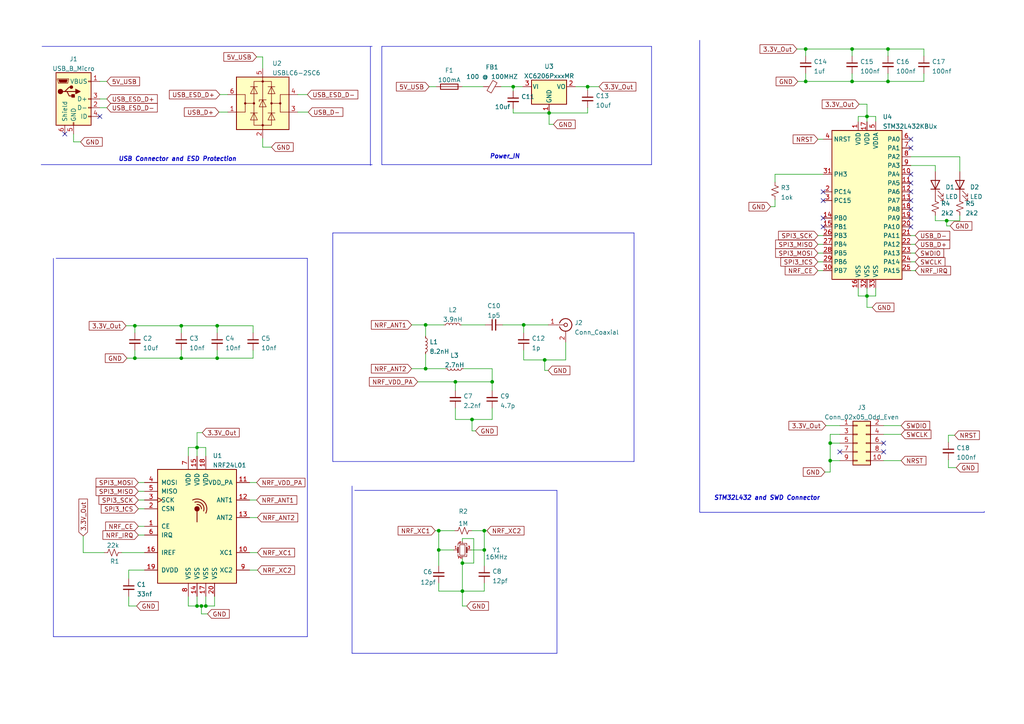
<source format=kicad_sch>
(kicad_sch (version 20230121) (generator eeschema)

  (uuid 6a425f17-b982-4ef8-8154-0263ba8ea4e9)

  (paper "A4")

  (lib_symbols
    (symbol "Connector:Conn_Coaxial" (pin_names (offset 1.016) hide) (in_bom yes) (on_board yes)
      (property "Reference" "J" (at 0.254 3.048 0)
        (effects (font (size 1.27 1.27)))
      )
      (property "Value" "Conn_Coaxial" (at 2.921 0 90)
        (effects (font (size 1.27 1.27)))
      )
      (property "Footprint" "" (at 0 0 0)
        (effects (font (size 1.27 1.27)) hide)
      )
      (property "Datasheet" " ~" (at 0 0 0)
        (effects (font (size 1.27 1.27)) hide)
      )
      (property "ki_keywords" "BNC SMA SMB SMC LEMO coaxial connector CINCH RCA" (at 0 0 0)
        (effects (font (size 1.27 1.27)) hide)
      )
      (property "ki_description" "coaxial connector (BNC, SMA, SMB, SMC, Cinch/RCA, LEMO, ...)" (at 0 0 0)
        (effects (font (size 1.27 1.27)) hide)
      )
      (property "ki_fp_filters" "*BNC* *SMA* *SMB* *SMC* *Cinch* *LEMO*" (at 0 0 0)
        (effects (font (size 1.27 1.27)) hide)
      )
      (symbol "Conn_Coaxial_0_1"
        (arc (start -1.778 -0.508) (mid 0.222 -1.808) (end 1.778 0)
          (stroke (width 0.254) (type default))
          (fill (type none))
        )
        (polyline
          (pts
            (xy -2.54 0)
            (xy -0.508 0)
          )
          (stroke (width 0) (type default))
          (fill (type none))
        )
        (polyline
          (pts
            (xy 0 -2.54)
            (xy 0 -1.778)
          )
          (stroke (width 0) (type default))
          (fill (type none))
        )
        (circle (center 0 0) (radius 0.508)
          (stroke (width 0.2032) (type default))
          (fill (type none))
        )
        (arc (start 1.778 0) (mid 0.2221 1.8083) (end -1.778 0.508)
          (stroke (width 0.254) (type default))
          (fill (type none))
        )
      )
      (symbol "Conn_Coaxial_1_1"
        (pin passive line (at -5.08 0 0) (length 2.54)
          (name "In" (effects (font (size 1.27 1.27))))
          (number "1" (effects (font (size 1.27 1.27))))
        )
        (pin passive line (at 0 -5.08 90) (length 2.54)
          (name "Ext" (effects (font (size 1.27 1.27))))
          (number "2" (effects (font (size 1.27 1.27))))
        )
      )
    )
    (symbol "Connector:USB_B_Micro" (pin_names (offset 1.016)) (in_bom yes) (on_board yes)
      (property "Reference" "J" (at -5.08 11.43 0)
        (effects (font (size 1.27 1.27)) (justify left))
      )
      (property "Value" "USB_B_Micro" (at -5.08 8.89 0)
        (effects (font (size 1.27 1.27)) (justify left))
      )
      (property "Footprint" "" (at 3.81 -1.27 0)
        (effects (font (size 1.27 1.27)) hide)
      )
      (property "Datasheet" "~" (at 3.81 -1.27 0)
        (effects (font (size 1.27 1.27)) hide)
      )
      (property "ki_keywords" "connector USB micro" (at 0 0 0)
        (effects (font (size 1.27 1.27)) hide)
      )
      (property "ki_description" "USB Micro Type B connector" (at 0 0 0)
        (effects (font (size 1.27 1.27)) hide)
      )
      (property "ki_fp_filters" "USB*" (at 0 0 0)
        (effects (font (size 1.27 1.27)) hide)
      )
      (symbol "USB_B_Micro_0_1"
        (rectangle (start -5.08 -7.62) (end 5.08 7.62)
          (stroke (width 0.254) (type default))
          (fill (type background))
        )
        (circle (center -3.81 2.159) (radius 0.635)
          (stroke (width 0.254) (type default))
          (fill (type outline))
        )
        (circle (center -0.635 3.429) (radius 0.381)
          (stroke (width 0.254) (type default))
          (fill (type outline))
        )
        (rectangle (start -0.127 -7.62) (end 0.127 -6.858)
          (stroke (width 0) (type default))
          (fill (type none))
        )
        (polyline
          (pts
            (xy -1.905 2.159)
            (xy 0.635 2.159)
          )
          (stroke (width 0.254) (type default))
          (fill (type none))
        )
        (polyline
          (pts
            (xy -3.175 2.159)
            (xy -2.54 2.159)
            (xy -1.27 3.429)
            (xy -0.635 3.429)
          )
          (stroke (width 0.254) (type default))
          (fill (type none))
        )
        (polyline
          (pts
            (xy -2.54 2.159)
            (xy -1.905 2.159)
            (xy -1.27 0.889)
            (xy 0 0.889)
          )
          (stroke (width 0.254) (type default))
          (fill (type none))
        )
        (polyline
          (pts
            (xy 0.635 2.794)
            (xy 0.635 1.524)
            (xy 1.905 2.159)
            (xy 0.635 2.794)
          )
          (stroke (width 0.254) (type default))
          (fill (type outline))
        )
        (polyline
          (pts
            (xy -4.318 5.588)
            (xy -1.778 5.588)
            (xy -2.032 4.826)
            (xy -4.064 4.826)
            (xy -4.318 5.588)
          )
          (stroke (width 0) (type default))
          (fill (type outline))
        )
        (polyline
          (pts
            (xy -4.699 5.842)
            (xy -4.699 5.588)
            (xy -4.445 4.826)
            (xy -4.445 4.572)
            (xy -1.651 4.572)
            (xy -1.651 4.826)
            (xy -1.397 5.588)
            (xy -1.397 5.842)
            (xy -4.699 5.842)
          )
          (stroke (width 0) (type default))
          (fill (type none))
        )
        (rectangle (start 0.254 1.27) (end -0.508 0.508)
          (stroke (width 0.254) (type default))
          (fill (type outline))
        )
        (rectangle (start 5.08 -5.207) (end 4.318 -4.953)
          (stroke (width 0) (type default))
          (fill (type none))
        )
        (rectangle (start 5.08 -2.667) (end 4.318 -2.413)
          (stroke (width 0) (type default))
          (fill (type none))
        )
        (rectangle (start 5.08 -0.127) (end 4.318 0.127)
          (stroke (width 0) (type default))
          (fill (type none))
        )
        (rectangle (start 5.08 4.953) (end 4.318 5.207)
          (stroke (width 0) (type default))
          (fill (type none))
        )
      )
      (symbol "USB_B_Micro_1_1"
        (pin power_out line (at 7.62 5.08 180) (length 2.54)
          (name "VBUS" (effects (font (size 1.27 1.27))))
          (number "1" (effects (font (size 1.27 1.27))))
        )
        (pin bidirectional line (at 7.62 -2.54 180) (length 2.54)
          (name "D-" (effects (font (size 1.27 1.27))))
          (number "2" (effects (font (size 1.27 1.27))))
        )
        (pin bidirectional line (at 7.62 0 180) (length 2.54)
          (name "D+" (effects (font (size 1.27 1.27))))
          (number "3" (effects (font (size 1.27 1.27))))
        )
        (pin passive line (at 7.62 -5.08 180) (length 2.54)
          (name "ID" (effects (font (size 1.27 1.27))))
          (number "4" (effects (font (size 1.27 1.27))))
        )
        (pin power_out line (at 0 -10.16 90) (length 2.54)
          (name "GND" (effects (font (size 1.27 1.27))))
          (number "5" (effects (font (size 1.27 1.27))))
        )
        (pin passive line (at -2.54 -10.16 90) (length 2.54)
          (name "Shield" (effects (font (size 1.27 1.27))))
          (number "6" (effects (font (size 1.27 1.27))))
        )
      )
    )
    (symbol "Connector_Generic:Conn_02x05_Odd_Even" (pin_names (offset 1.016) hide) (in_bom yes) (on_board yes)
      (property "Reference" "J" (at 1.27 7.62 0)
        (effects (font (size 1.27 1.27)))
      )
      (property "Value" "Conn_02x05_Odd_Even" (at 1.27 -7.62 0)
        (effects (font (size 1.27 1.27)))
      )
      (property "Footprint" "" (at 0 0 0)
        (effects (font (size 1.27 1.27)) hide)
      )
      (property "Datasheet" "~" (at 0 0 0)
        (effects (font (size 1.27 1.27)) hide)
      )
      (property "ki_keywords" "connector" (at 0 0 0)
        (effects (font (size 1.27 1.27)) hide)
      )
      (property "ki_description" "Generic connector, double row, 02x05, odd/even pin numbering scheme (row 1 odd numbers, row 2 even numbers), script generated (kicad-library-utils/schlib/autogen/connector/)" (at 0 0 0)
        (effects (font (size 1.27 1.27)) hide)
      )
      (property "ki_fp_filters" "Connector*:*_2x??_*" (at 0 0 0)
        (effects (font (size 1.27 1.27)) hide)
      )
      (symbol "Conn_02x05_Odd_Even_1_1"
        (rectangle (start -1.27 -4.953) (end 0 -5.207)
          (stroke (width 0.1524) (type default))
          (fill (type none))
        )
        (rectangle (start -1.27 -2.413) (end 0 -2.667)
          (stroke (width 0.1524) (type default))
          (fill (type none))
        )
        (rectangle (start -1.27 0.127) (end 0 -0.127)
          (stroke (width 0.1524) (type default))
          (fill (type none))
        )
        (rectangle (start -1.27 2.667) (end 0 2.413)
          (stroke (width 0.1524) (type default))
          (fill (type none))
        )
        (rectangle (start -1.27 5.207) (end 0 4.953)
          (stroke (width 0.1524) (type default))
          (fill (type none))
        )
        (rectangle (start -1.27 6.35) (end 3.81 -6.35)
          (stroke (width 0.254) (type default))
          (fill (type background))
        )
        (rectangle (start 3.81 -4.953) (end 2.54 -5.207)
          (stroke (width 0.1524) (type default))
          (fill (type none))
        )
        (rectangle (start 3.81 -2.413) (end 2.54 -2.667)
          (stroke (width 0.1524) (type default))
          (fill (type none))
        )
        (rectangle (start 3.81 0.127) (end 2.54 -0.127)
          (stroke (width 0.1524) (type default))
          (fill (type none))
        )
        (rectangle (start 3.81 2.667) (end 2.54 2.413)
          (stroke (width 0.1524) (type default))
          (fill (type none))
        )
        (rectangle (start 3.81 5.207) (end 2.54 4.953)
          (stroke (width 0.1524) (type default))
          (fill (type none))
        )
        (pin passive line (at -5.08 5.08 0) (length 3.81)
          (name "Pin_1" (effects (font (size 1.27 1.27))))
          (number "1" (effects (font (size 1.27 1.27))))
        )
        (pin passive line (at 7.62 -5.08 180) (length 3.81)
          (name "Pin_10" (effects (font (size 1.27 1.27))))
          (number "10" (effects (font (size 1.27 1.27))))
        )
        (pin passive line (at 7.62 5.08 180) (length 3.81)
          (name "Pin_2" (effects (font (size 1.27 1.27))))
          (number "2" (effects (font (size 1.27 1.27))))
        )
        (pin passive line (at -5.08 2.54 0) (length 3.81)
          (name "Pin_3" (effects (font (size 1.27 1.27))))
          (number "3" (effects (font (size 1.27 1.27))))
        )
        (pin passive line (at 7.62 2.54 180) (length 3.81)
          (name "Pin_4" (effects (font (size 1.27 1.27))))
          (number "4" (effects (font (size 1.27 1.27))))
        )
        (pin passive line (at -5.08 0 0) (length 3.81)
          (name "Pin_5" (effects (font (size 1.27 1.27))))
          (number "5" (effects (font (size 1.27 1.27))))
        )
        (pin passive line (at 7.62 0 180) (length 3.81)
          (name "Pin_6" (effects (font (size 1.27 1.27))))
          (number "6" (effects (font (size 1.27 1.27))))
        )
        (pin passive line (at -5.08 -2.54 0) (length 3.81)
          (name "Pin_7" (effects (font (size 1.27 1.27))))
          (number "7" (effects (font (size 1.27 1.27))))
        )
        (pin passive line (at 7.62 -2.54 180) (length 3.81)
          (name "Pin_8" (effects (font (size 1.27 1.27))))
          (number "8" (effects (font (size 1.27 1.27))))
        )
        (pin passive line (at -5.08 -5.08 0) (length 3.81)
          (name "Pin_9" (effects (font (size 1.27 1.27))))
          (number "9" (effects (font (size 1.27 1.27))))
        )
      )
    )
    (symbol "Device:C_Small" (pin_numbers hide) (pin_names (offset 0.254) hide) (in_bom yes) (on_board yes)
      (property "Reference" "C" (at 0.254 1.778 0)
        (effects (font (size 1.27 1.27)) (justify left))
      )
      (property "Value" "C_Small" (at 0.254 -2.032 0)
        (effects (font (size 1.27 1.27)) (justify left))
      )
      (property "Footprint" "" (at 0 0 0)
        (effects (font (size 1.27 1.27)) hide)
      )
      (property "Datasheet" "~" (at 0 0 0)
        (effects (font (size 1.27 1.27)) hide)
      )
      (property "ki_keywords" "capacitor cap" (at 0 0 0)
        (effects (font (size 1.27 1.27)) hide)
      )
      (property "ki_description" "Unpolarized capacitor, small symbol" (at 0 0 0)
        (effects (font (size 1.27 1.27)) hide)
      )
      (property "ki_fp_filters" "C_*" (at 0 0 0)
        (effects (font (size 1.27 1.27)) hide)
      )
      (symbol "C_Small_0_1"
        (polyline
          (pts
            (xy -1.524 -0.508)
            (xy 1.524 -0.508)
          )
          (stroke (width 0.3302) (type default))
          (fill (type none))
        )
        (polyline
          (pts
            (xy -1.524 0.508)
            (xy 1.524 0.508)
          )
          (stroke (width 0.3048) (type default))
          (fill (type none))
        )
      )
      (symbol "C_Small_1_1"
        (pin passive line (at 0 2.54 270) (length 2.032)
          (name "~" (effects (font (size 1.27 1.27))))
          (number "1" (effects (font (size 1.27 1.27))))
        )
        (pin passive line (at 0 -2.54 90) (length 2.032)
          (name "~" (effects (font (size 1.27 1.27))))
          (number "2" (effects (font (size 1.27 1.27))))
        )
      )
    )
    (symbol "Device:Crystal_GND24_Small" (pin_names (offset 1.016) hide) (in_bom yes) (on_board yes)
      (property "Reference" "Y" (at 1.27 4.445 0)
        (effects (font (size 1.27 1.27)) (justify left))
      )
      (property "Value" "Crystal_GND24_Small" (at 1.27 2.54 0)
        (effects (font (size 1.27 1.27)) (justify left))
      )
      (property "Footprint" "" (at 0 0 0)
        (effects (font (size 1.27 1.27)) hide)
      )
      (property "Datasheet" "~" (at 0 0 0)
        (effects (font (size 1.27 1.27)) hide)
      )
      (property "ki_keywords" "quartz ceramic resonator oscillator" (at 0 0 0)
        (effects (font (size 1.27 1.27)) hide)
      )
      (property "ki_description" "Four pin crystal, GND on pins 2 and 4, small symbol" (at 0 0 0)
        (effects (font (size 1.27 1.27)) hide)
      )
      (property "ki_fp_filters" "Crystal*" (at 0 0 0)
        (effects (font (size 1.27 1.27)) hide)
      )
      (symbol "Crystal_GND24_Small_0_1"
        (rectangle (start -0.762 -1.524) (end 0.762 1.524)
          (stroke (width 0) (type default))
          (fill (type none))
        )
        (polyline
          (pts
            (xy -1.27 -0.762)
            (xy -1.27 0.762)
          )
          (stroke (width 0.381) (type default))
          (fill (type none))
        )
        (polyline
          (pts
            (xy 1.27 -0.762)
            (xy 1.27 0.762)
          )
          (stroke (width 0.381) (type default))
          (fill (type none))
        )
        (polyline
          (pts
            (xy -1.27 -1.27)
            (xy -1.27 -1.905)
            (xy 1.27 -1.905)
            (xy 1.27 -1.27)
          )
          (stroke (width 0) (type default))
          (fill (type none))
        )
        (polyline
          (pts
            (xy -1.27 1.27)
            (xy -1.27 1.905)
            (xy 1.27 1.905)
            (xy 1.27 1.27)
          )
          (stroke (width 0) (type default))
          (fill (type none))
        )
      )
      (symbol "Crystal_GND24_Small_1_1"
        (pin passive line (at -2.54 0 0) (length 1.27)
          (name "1" (effects (font (size 1.27 1.27))))
          (number "1" (effects (font (size 0.762 0.762))))
        )
        (pin passive line (at 0 -2.54 90) (length 0.635)
          (name "2" (effects (font (size 1.27 1.27))))
          (number "2" (effects (font (size 0.762 0.762))))
        )
        (pin passive line (at 2.54 0 180) (length 1.27)
          (name "3" (effects (font (size 1.27 1.27))))
          (number "3" (effects (font (size 0.762 0.762))))
        )
        (pin passive line (at 0 2.54 270) (length 0.635)
          (name "4" (effects (font (size 1.27 1.27))))
          (number "4" (effects (font (size 0.762 0.762))))
        )
      )
    )
    (symbol "Device:FerriteBead_Small" (pin_numbers hide) (pin_names (offset 0)) (in_bom yes) (on_board yes)
      (property "Reference" "FB" (at 1.905 1.27 0)
        (effects (font (size 1.27 1.27)) (justify left))
      )
      (property "Value" "FerriteBead_Small" (at 1.905 -1.27 0)
        (effects (font (size 1.27 1.27)) (justify left))
      )
      (property "Footprint" "" (at -1.778 0 90)
        (effects (font (size 1.27 1.27)) hide)
      )
      (property "Datasheet" "~" (at 0 0 0)
        (effects (font (size 1.27 1.27)) hide)
      )
      (property "ki_keywords" "L ferrite bead inductor filter" (at 0 0 0)
        (effects (font (size 1.27 1.27)) hide)
      )
      (property "ki_description" "Ferrite bead, small symbol" (at 0 0 0)
        (effects (font (size 1.27 1.27)) hide)
      )
      (property "ki_fp_filters" "Inductor_* L_* *Ferrite*" (at 0 0 0)
        (effects (font (size 1.27 1.27)) hide)
      )
      (symbol "FerriteBead_Small_0_1"
        (polyline
          (pts
            (xy 0 -1.27)
            (xy 0 -0.7874)
          )
          (stroke (width 0) (type default))
          (fill (type none))
        )
        (polyline
          (pts
            (xy 0 0.889)
            (xy 0 1.2954)
          )
          (stroke (width 0) (type default))
          (fill (type none))
        )
        (polyline
          (pts
            (xy -1.8288 0.2794)
            (xy -1.1176 1.4986)
            (xy 1.8288 -0.2032)
            (xy 1.1176 -1.4224)
            (xy -1.8288 0.2794)
          )
          (stroke (width 0) (type default))
          (fill (type none))
        )
      )
      (symbol "FerriteBead_Small_1_1"
        (pin passive line (at 0 2.54 270) (length 1.27)
          (name "~" (effects (font (size 1.27 1.27))))
          (number "1" (effects (font (size 1.27 1.27))))
        )
        (pin passive line (at 0 -2.54 90) (length 1.27)
          (name "~" (effects (font (size 1.27 1.27))))
          (number "2" (effects (font (size 1.27 1.27))))
        )
      )
    )
    (symbol "Device:Fuse" (pin_numbers hide) (pin_names (offset 0)) (in_bom yes) (on_board yes)
      (property "Reference" "F" (at 2.032 0 90)
        (effects (font (size 1.27 1.27)))
      )
      (property "Value" "Fuse" (at -1.905 0 90)
        (effects (font (size 1.27 1.27)))
      )
      (property "Footprint" "" (at -1.778 0 90)
        (effects (font (size 1.27 1.27)) hide)
      )
      (property "Datasheet" "~" (at 0 0 0)
        (effects (font (size 1.27 1.27)) hide)
      )
      (property "ki_keywords" "fuse" (at 0 0 0)
        (effects (font (size 1.27 1.27)) hide)
      )
      (property "ki_description" "Fuse" (at 0 0 0)
        (effects (font (size 1.27 1.27)) hide)
      )
      (property "ki_fp_filters" "*Fuse*" (at 0 0 0)
        (effects (font (size 1.27 1.27)) hide)
      )
      (symbol "Fuse_0_1"
        (rectangle (start -0.762 -2.54) (end 0.762 2.54)
          (stroke (width 0.254) (type default))
          (fill (type none))
        )
        (polyline
          (pts
            (xy 0 2.54)
            (xy 0 -2.54)
          )
          (stroke (width 0) (type default))
          (fill (type none))
        )
      )
      (symbol "Fuse_1_1"
        (pin passive line (at 0 3.81 270) (length 1.27)
          (name "~" (effects (font (size 1.27 1.27))))
          (number "1" (effects (font (size 1.27 1.27))))
        )
        (pin passive line (at 0 -3.81 90) (length 1.27)
          (name "~" (effects (font (size 1.27 1.27))))
          (number "2" (effects (font (size 1.27 1.27))))
        )
      )
    )
    (symbol "Device:LED" (pin_numbers hide) (pin_names (offset 1.016) hide) (in_bom yes) (on_board yes)
      (property "Reference" "D" (at 0 2.54 0)
        (effects (font (size 1.27 1.27)))
      )
      (property "Value" "LED" (at 0 -2.54 0)
        (effects (font (size 1.27 1.27)))
      )
      (property "Footprint" "" (at 0 0 0)
        (effects (font (size 1.27 1.27)) hide)
      )
      (property "Datasheet" "~" (at 0 0 0)
        (effects (font (size 1.27 1.27)) hide)
      )
      (property "ki_keywords" "LED diode" (at 0 0 0)
        (effects (font (size 1.27 1.27)) hide)
      )
      (property "ki_description" "Light emitting diode" (at 0 0 0)
        (effects (font (size 1.27 1.27)) hide)
      )
      (property "ki_fp_filters" "LED* LED_SMD:* LED_THT:*" (at 0 0 0)
        (effects (font (size 1.27 1.27)) hide)
      )
      (symbol "LED_0_1"
        (polyline
          (pts
            (xy -1.27 -1.27)
            (xy -1.27 1.27)
          )
          (stroke (width 0.254) (type default))
          (fill (type none))
        )
        (polyline
          (pts
            (xy -1.27 0)
            (xy 1.27 0)
          )
          (stroke (width 0) (type default))
          (fill (type none))
        )
        (polyline
          (pts
            (xy 1.27 -1.27)
            (xy 1.27 1.27)
            (xy -1.27 0)
            (xy 1.27 -1.27)
          )
          (stroke (width 0.254) (type default))
          (fill (type none))
        )
        (polyline
          (pts
            (xy -3.048 -0.762)
            (xy -4.572 -2.286)
            (xy -3.81 -2.286)
            (xy -4.572 -2.286)
            (xy -4.572 -1.524)
          )
          (stroke (width 0) (type default))
          (fill (type none))
        )
        (polyline
          (pts
            (xy -1.778 -0.762)
            (xy -3.302 -2.286)
            (xy -2.54 -2.286)
            (xy -3.302 -2.286)
            (xy -3.302 -1.524)
          )
          (stroke (width 0) (type default))
          (fill (type none))
        )
      )
      (symbol "LED_1_1"
        (pin passive line (at -3.81 0 0) (length 2.54)
          (name "K" (effects (font (size 1.27 1.27))))
          (number "1" (effects (font (size 1.27 1.27))))
        )
        (pin passive line (at 3.81 0 180) (length 2.54)
          (name "A" (effects (font (size 1.27 1.27))))
          (number "2" (effects (font (size 1.27 1.27))))
        )
      )
    )
    (symbol "Device:L_Small" (pin_numbers hide) (pin_names (offset 0.254) hide) (in_bom yes) (on_board yes)
      (property "Reference" "L" (at 0.762 1.016 0)
        (effects (font (size 1.27 1.27)) (justify left))
      )
      (property "Value" "L_Small" (at 0.762 -1.016 0)
        (effects (font (size 1.27 1.27)) (justify left))
      )
      (property "Footprint" "" (at 0 0 0)
        (effects (font (size 1.27 1.27)) hide)
      )
      (property "Datasheet" "~" (at 0 0 0)
        (effects (font (size 1.27 1.27)) hide)
      )
      (property "ki_keywords" "inductor choke coil reactor magnetic" (at 0 0 0)
        (effects (font (size 1.27 1.27)) hide)
      )
      (property "ki_description" "Inductor, small symbol" (at 0 0 0)
        (effects (font (size 1.27 1.27)) hide)
      )
      (property "ki_fp_filters" "Choke_* *Coil* Inductor_* L_*" (at 0 0 0)
        (effects (font (size 1.27 1.27)) hide)
      )
      (symbol "L_Small_0_1"
        (arc (start 0 -2.032) (mid 0.5058 -1.524) (end 0 -1.016)
          (stroke (width 0) (type default))
          (fill (type none))
        )
        (arc (start 0 -1.016) (mid 0.5058 -0.508) (end 0 0)
          (stroke (width 0) (type default))
          (fill (type none))
        )
        (arc (start 0 0) (mid 0.5058 0.508) (end 0 1.016)
          (stroke (width 0) (type default))
          (fill (type none))
        )
        (arc (start 0 1.016) (mid 0.5058 1.524) (end 0 2.032)
          (stroke (width 0) (type default))
          (fill (type none))
        )
      )
      (symbol "L_Small_1_1"
        (pin passive line (at 0 2.54 270) (length 0.508)
          (name "~" (effects (font (size 1.27 1.27))))
          (number "1" (effects (font (size 1.27 1.27))))
        )
        (pin passive line (at 0 -2.54 90) (length 0.508)
          (name "~" (effects (font (size 1.27 1.27))))
          (number "2" (effects (font (size 1.27 1.27))))
        )
      )
    )
    (symbol "Device:R_Small_US" (pin_numbers hide) (pin_names (offset 0.254) hide) (in_bom yes) (on_board yes)
      (property "Reference" "R" (at 0.762 0.508 0)
        (effects (font (size 1.27 1.27)) (justify left))
      )
      (property "Value" "R_Small_US" (at 0.762 -1.016 0)
        (effects (font (size 1.27 1.27)) (justify left))
      )
      (property "Footprint" "" (at 0 0 0)
        (effects (font (size 1.27 1.27)) hide)
      )
      (property "Datasheet" "~" (at 0 0 0)
        (effects (font (size 1.27 1.27)) hide)
      )
      (property "ki_keywords" "r resistor" (at 0 0 0)
        (effects (font (size 1.27 1.27)) hide)
      )
      (property "ki_description" "Resistor, small US symbol" (at 0 0 0)
        (effects (font (size 1.27 1.27)) hide)
      )
      (property "ki_fp_filters" "R_*" (at 0 0 0)
        (effects (font (size 1.27 1.27)) hide)
      )
      (symbol "R_Small_US_1_1"
        (polyline
          (pts
            (xy 0 0)
            (xy 1.016 -0.381)
            (xy 0 -0.762)
            (xy -1.016 -1.143)
            (xy 0 -1.524)
          )
          (stroke (width 0) (type default))
          (fill (type none))
        )
        (polyline
          (pts
            (xy 0 1.524)
            (xy 1.016 1.143)
            (xy 0 0.762)
            (xy -1.016 0.381)
            (xy 0 0)
          )
          (stroke (width 0) (type default))
          (fill (type none))
        )
        (pin passive line (at 0 2.54 270) (length 1.016)
          (name "~" (effects (font (size 1.27 1.27))))
          (number "1" (effects (font (size 1.27 1.27))))
        )
        (pin passive line (at 0 -2.54 90) (length 1.016)
          (name "~" (effects (font (size 1.27 1.27))))
          (number "2" (effects (font (size 1.27 1.27))))
        )
      )
    )
    (symbol "MCU_ST_STM32L4:STM32L432KBUx" (in_bom yes) (on_board yes)
      (property "Reference" "U" (at -10.16 21.59 0)
        (effects (font (size 1.27 1.27)) (justify left))
      )
      (property "Value" "STM32L432KBUx" (at 5.08 21.59 0)
        (effects (font (size 1.27 1.27)) (justify left))
      )
      (property "Footprint" "Package_DFN_QFN:QFN-32-1EP_5x5mm_P0.5mm_EP3.45x3.45mm" (at -10.16 -22.86 0)
        (effects (font (size 1.27 1.27)) (justify right) hide)
      )
      (property "Datasheet" "http://www.st.com/st-web-ui/static/active/en/resource/technical/document/datasheet/DM00257205.pdf" (at 0 0 0)
        (effects (font (size 1.27 1.27)) hide)
      )
      (property "ki_keywords" "ARM Cortex-M4 STM32L4 STM32L4x2" (at 0 0 0)
        (effects (font (size 1.27 1.27)) hide)
      )
      (property "ki_description" "ARM Cortex-M4 MCU, 128KB flash, 64KB RAM, 80MHz, 1.71-3.6V, 26 GPIO, UFQFPN-32" (at 0 0 0)
        (effects (font (size 1.27 1.27)) hide)
      )
      (property "ki_fp_filters" "QFN*1EP*5x5mm*P0.5mm*" (at 0 0 0)
        (effects (font (size 1.27 1.27)) hide)
      )
      (symbol "STM32L432KBUx_0_1"
        (rectangle (start -10.16 -22.86) (end 10.16 20.32)
          (stroke (width 0.254) (type default))
          (fill (type background))
        )
      )
      (symbol "STM32L432KBUx_1_1"
        (pin power_in line (at -2.54 22.86 270) (length 2.54)
          (name "VDD" (effects (font (size 1.27 1.27))))
          (number "1" (effects (font (size 1.27 1.27))))
        )
        (pin bidirectional line (at 12.7 7.62 180) (length 2.54)
          (name "PA4" (effects (font (size 1.27 1.27))))
          (number "10" (effects (font (size 1.27 1.27))))
        )
        (pin bidirectional line (at 12.7 5.08 180) (length 2.54)
          (name "PA5" (effects (font (size 1.27 1.27))))
          (number "11" (effects (font (size 1.27 1.27))))
        )
        (pin bidirectional line (at 12.7 2.54 180) (length 2.54)
          (name "PA6" (effects (font (size 1.27 1.27))))
          (number "12" (effects (font (size 1.27 1.27))))
        )
        (pin bidirectional line (at 12.7 0 180) (length 2.54)
          (name "PA7" (effects (font (size 1.27 1.27))))
          (number "13" (effects (font (size 1.27 1.27))))
        )
        (pin bidirectional line (at -12.7 -5.08 0) (length 2.54)
          (name "PB0" (effects (font (size 1.27 1.27))))
          (number "14" (effects (font (size 1.27 1.27))))
        )
        (pin bidirectional line (at -12.7 -7.62 0) (length 2.54)
          (name "PB1" (effects (font (size 1.27 1.27))))
          (number "15" (effects (font (size 1.27 1.27))))
        )
        (pin power_in line (at -2.54 -25.4 90) (length 2.54)
          (name "VSS" (effects (font (size 1.27 1.27))))
          (number "16" (effects (font (size 1.27 1.27))))
        )
        (pin power_in line (at 0 22.86 270) (length 2.54)
          (name "VDD" (effects (font (size 1.27 1.27))))
          (number "17" (effects (font (size 1.27 1.27))))
        )
        (pin bidirectional line (at 12.7 -2.54 180) (length 2.54)
          (name "PA8" (effects (font (size 1.27 1.27))))
          (number "18" (effects (font (size 1.27 1.27))))
        )
        (pin bidirectional line (at 12.7 -5.08 180) (length 2.54)
          (name "PA9" (effects (font (size 1.27 1.27))))
          (number "19" (effects (font (size 1.27 1.27))))
        )
        (pin bidirectional line (at -12.7 2.54 0) (length 2.54)
          (name "PC14" (effects (font (size 1.27 1.27))))
          (number "2" (effects (font (size 1.27 1.27))))
        )
        (pin bidirectional line (at 12.7 -7.62 180) (length 2.54)
          (name "PA10" (effects (font (size 1.27 1.27))))
          (number "20" (effects (font (size 1.27 1.27))))
        )
        (pin bidirectional line (at 12.7 -10.16 180) (length 2.54)
          (name "PA11" (effects (font (size 1.27 1.27))))
          (number "21" (effects (font (size 1.27 1.27))))
        )
        (pin bidirectional line (at 12.7 -12.7 180) (length 2.54)
          (name "PA12" (effects (font (size 1.27 1.27))))
          (number "22" (effects (font (size 1.27 1.27))))
        )
        (pin bidirectional line (at 12.7 -15.24 180) (length 2.54)
          (name "PA13" (effects (font (size 1.27 1.27))))
          (number "23" (effects (font (size 1.27 1.27))))
        )
        (pin bidirectional line (at 12.7 -17.78 180) (length 2.54)
          (name "PA14" (effects (font (size 1.27 1.27))))
          (number "24" (effects (font (size 1.27 1.27))))
        )
        (pin bidirectional line (at 12.7 -20.32 180) (length 2.54)
          (name "PA15" (effects (font (size 1.27 1.27))))
          (number "25" (effects (font (size 1.27 1.27))))
        )
        (pin bidirectional line (at -12.7 -10.16 0) (length 2.54)
          (name "PB3" (effects (font (size 1.27 1.27))))
          (number "26" (effects (font (size 1.27 1.27))))
        )
        (pin bidirectional line (at -12.7 -12.7 0) (length 2.54)
          (name "PB4" (effects (font (size 1.27 1.27))))
          (number "27" (effects (font (size 1.27 1.27))))
        )
        (pin bidirectional line (at -12.7 -15.24 0) (length 2.54)
          (name "PB5" (effects (font (size 1.27 1.27))))
          (number "28" (effects (font (size 1.27 1.27))))
        )
        (pin bidirectional line (at -12.7 -17.78 0) (length 2.54)
          (name "PB6" (effects (font (size 1.27 1.27))))
          (number "29" (effects (font (size 1.27 1.27))))
        )
        (pin bidirectional line (at -12.7 0 0) (length 2.54)
          (name "PC15" (effects (font (size 1.27 1.27))))
          (number "3" (effects (font (size 1.27 1.27))))
        )
        (pin bidirectional line (at -12.7 -20.32 0) (length 2.54)
          (name "PB7" (effects (font (size 1.27 1.27))))
          (number "30" (effects (font (size 1.27 1.27))))
        )
        (pin bidirectional line (at -12.7 7.62 0) (length 2.54)
          (name "PH3" (effects (font (size 1.27 1.27))))
          (number "31" (effects (font (size 1.27 1.27))))
        )
        (pin power_in line (at 0 -25.4 90) (length 2.54)
          (name "VSS" (effects (font (size 1.27 1.27))))
          (number "32" (effects (font (size 1.27 1.27))))
        )
        (pin power_in line (at 2.54 -25.4 90) (length 2.54)
          (name "VSS" (effects (font (size 1.27 1.27))))
          (number "33" (effects (font (size 1.27 1.27))))
        )
        (pin input line (at -12.7 17.78 0) (length 2.54)
          (name "NRST" (effects (font (size 1.27 1.27))))
          (number "4" (effects (font (size 1.27 1.27))))
        )
        (pin power_in line (at 2.54 22.86 270) (length 2.54)
          (name "VDDA" (effects (font (size 1.27 1.27))))
          (number "5" (effects (font (size 1.27 1.27))))
        )
        (pin bidirectional line (at 12.7 17.78 180) (length 2.54)
          (name "PA0" (effects (font (size 1.27 1.27))))
          (number "6" (effects (font (size 1.27 1.27))))
        )
        (pin bidirectional line (at 12.7 15.24 180) (length 2.54)
          (name "PA1" (effects (font (size 1.27 1.27))))
          (number "7" (effects (font (size 1.27 1.27))))
        )
        (pin bidirectional line (at 12.7 12.7 180) (length 2.54)
          (name "PA2" (effects (font (size 1.27 1.27))))
          (number "8" (effects (font (size 1.27 1.27))))
        )
        (pin bidirectional line (at 12.7 10.16 180) (length 2.54)
          (name "PA3" (effects (font (size 1.27 1.27))))
          (number "9" (effects (font (size 1.27 1.27))))
        )
      )
    )
    (symbol "Power_Protection:USBLC6-2SC6" (pin_names hide) (in_bom yes) (on_board yes)
      (property "Reference" "U" (at 2.54 8.89 0)
        (effects (font (size 1.27 1.27)) (justify left))
      )
      (property "Value" "USBLC6-2SC6" (at 2.54 -8.89 0)
        (effects (font (size 1.27 1.27)) (justify left))
      )
      (property "Footprint" "Package_TO_SOT_SMD:SOT-23-6" (at 0 -12.7 0)
        (effects (font (size 1.27 1.27)) hide)
      )
      (property "Datasheet" "https://www.st.com/resource/en/datasheet/usblc6-2.pdf" (at 5.08 8.89 0)
        (effects (font (size 1.27 1.27)) hide)
      )
      (property "ki_keywords" "usb ethernet video" (at 0 0 0)
        (effects (font (size 1.27 1.27)) hide)
      )
      (property "ki_description" "Very low capacitance ESD protection diode, 2 data-line, SOT-23-6" (at 0 0 0)
        (effects (font (size 1.27 1.27)) hide)
      )
      (property "ki_fp_filters" "SOT?23*" (at 0 0 0)
        (effects (font (size 1.27 1.27)) hide)
      )
      (symbol "USBLC6-2SC6_0_1"
        (rectangle (start -7.62 -7.62) (end 7.62 7.62)
          (stroke (width 0.254) (type default))
          (fill (type background))
        )
        (circle (center -5.08 0) (radius 0.254)
          (stroke (width 0) (type default))
          (fill (type outline))
        )
        (circle (center -2.54 0) (radius 0.254)
          (stroke (width 0) (type default))
          (fill (type outline))
        )
        (rectangle (start -2.54 6.35) (end 2.54 -6.35)
          (stroke (width 0) (type default))
          (fill (type none))
        )
        (circle (center 0 -6.35) (radius 0.254)
          (stroke (width 0) (type default))
          (fill (type outline))
        )
        (polyline
          (pts
            (xy -5.08 -2.54)
            (xy -7.62 -2.54)
          )
          (stroke (width 0) (type default))
          (fill (type none))
        )
        (polyline
          (pts
            (xy -5.08 0)
            (xy -5.08 -2.54)
          )
          (stroke (width 0) (type default))
          (fill (type none))
        )
        (polyline
          (pts
            (xy -5.08 2.54)
            (xy -7.62 2.54)
          )
          (stroke (width 0) (type default))
          (fill (type none))
        )
        (polyline
          (pts
            (xy -1.524 -2.794)
            (xy -3.556 -2.794)
          )
          (stroke (width 0) (type default))
          (fill (type none))
        )
        (polyline
          (pts
            (xy -1.524 4.826)
            (xy -3.556 4.826)
          )
          (stroke (width 0) (type default))
          (fill (type none))
        )
        (polyline
          (pts
            (xy 0 -7.62)
            (xy 0 -6.35)
          )
          (stroke (width 0) (type default))
          (fill (type none))
        )
        (polyline
          (pts
            (xy 0 -6.35)
            (xy 0 1.27)
          )
          (stroke (width 0) (type default))
          (fill (type none))
        )
        (polyline
          (pts
            (xy 0 1.27)
            (xy 0 6.35)
          )
          (stroke (width 0) (type default))
          (fill (type none))
        )
        (polyline
          (pts
            (xy 0 6.35)
            (xy 0 7.62)
          )
          (stroke (width 0) (type default))
          (fill (type none))
        )
        (polyline
          (pts
            (xy 1.524 -2.794)
            (xy 3.556 -2.794)
          )
          (stroke (width 0) (type default))
          (fill (type none))
        )
        (polyline
          (pts
            (xy 1.524 4.826)
            (xy 3.556 4.826)
          )
          (stroke (width 0) (type default))
          (fill (type none))
        )
        (polyline
          (pts
            (xy 5.08 -2.54)
            (xy 7.62 -2.54)
          )
          (stroke (width 0) (type default))
          (fill (type none))
        )
        (polyline
          (pts
            (xy 5.08 0)
            (xy 5.08 -2.54)
          )
          (stroke (width 0) (type default))
          (fill (type none))
        )
        (polyline
          (pts
            (xy 5.08 2.54)
            (xy 7.62 2.54)
          )
          (stroke (width 0) (type default))
          (fill (type none))
        )
        (polyline
          (pts
            (xy -2.54 0)
            (xy -5.08 0)
            (xy -5.08 2.54)
          )
          (stroke (width 0) (type default))
          (fill (type none))
        )
        (polyline
          (pts
            (xy 2.54 0)
            (xy 5.08 0)
            (xy 5.08 2.54)
          )
          (stroke (width 0) (type default))
          (fill (type none))
        )
        (polyline
          (pts
            (xy -3.556 -4.826)
            (xy -1.524 -4.826)
            (xy -2.54 -2.794)
            (xy -3.556 -4.826)
          )
          (stroke (width 0) (type default))
          (fill (type none))
        )
        (polyline
          (pts
            (xy -3.556 2.794)
            (xy -1.524 2.794)
            (xy -2.54 4.826)
            (xy -3.556 2.794)
          )
          (stroke (width 0) (type default))
          (fill (type none))
        )
        (polyline
          (pts
            (xy -1.016 -1.016)
            (xy 1.016 -1.016)
            (xy 0 1.016)
            (xy -1.016 -1.016)
          )
          (stroke (width 0) (type default))
          (fill (type none))
        )
        (polyline
          (pts
            (xy 1.016 1.016)
            (xy 0.762 1.016)
            (xy -1.016 1.016)
            (xy -1.016 0.508)
          )
          (stroke (width 0) (type default))
          (fill (type none))
        )
        (polyline
          (pts
            (xy 3.556 -4.826)
            (xy 1.524 -4.826)
            (xy 2.54 -2.794)
            (xy 3.556 -4.826)
          )
          (stroke (width 0) (type default))
          (fill (type none))
        )
        (polyline
          (pts
            (xy 3.556 2.794)
            (xy 1.524 2.794)
            (xy 2.54 4.826)
            (xy 3.556 2.794)
          )
          (stroke (width 0) (type default))
          (fill (type none))
        )
        (circle (center 0 6.35) (radius 0.254)
          (stroke (width 0) (type default))
          (fill (type outline))
        )
        (circle (center 2.54 0) (radius 0.254)
          (stroke (width 0) (type default))
          (fill (type outline))
        )
        (circle (center 5.08 0) (radius 0.254)
          (stroke (width 0) (type default))
          (fill (type outline))
        )
      )
      (symbol "USBLC6-2SC6_1_1"
        (pin passive line (at -10.16 -2.54 0) (length 2.54)
          (name "I/O1" (effects (font (size 1.27 1.27))))
          (number "1" (effects (font (size 1.27 1.27))))
        )
        (pin passive line (at 0 -10.16 90) (length 2.54)
          (name "GND" (effects (font (size 1.27 1.27))))
          (number "2" (effects (font (size 1.27 1.27))))
        )
        (pin passive line (at 10.16 -2.54 180) (length 2.54)
          (name "I/O2" (effects (font (size 1.27 1.27))))
          (number "3" (effects (font (size 1.27 1.27))))
        )
        (pin passive line (at 10.16 2.54 180) (length 2.54)
          (name "I/O2" (effects (font (size 1.27 1.27))))
          (number "4" (effects (font (size 1.27 1.27))))
        )
        (pin passive line (at 0 10.16 270) (length 2.54)
          (name "VBUS" (effects (font (size 1.27 1.27))))
          (number "5" (effects (font (size 1.27 1.27))))
        )
        (pin passive line (at -10.16 2.54 0) (length 2.54)
          (name "I/O1" (effects (font (size 1.27 1.27))))
          (number "6" (effects (font (size 1.27 1.27))))
        )
      )
    )
    (symbol "RF:NRF24L01" (pin_names (offset 1.016)) (in_bom yes) (on_board yes)
      (property "Reference" "U" (at -11.43 17.78 0)
        (effects (font (size 1.27 1.27)) (justify left))
      )
      (property "Value" "NRF24L01" (at 5.08 17.78 0)
        (effects (font (size 1.27 1.27)) (justify left))
      )
      (property "Footprint" "Package_DFN_QFN:QFN-20-1EP_4x4mm_P0.5mm_EP2.5x2.5mm" (at 5.08 20.32 0)
        (effects (font (size 1.27 1.27) italic) (justify left) hide)
      )
      (property "Datasheet" "http://www.nordicsemi.com/eng/content/download/2730/34105/file/nRF24L01_Product_Specification_v2_0.pdf" (at 0 2.54 0)
        (effects (font (size 1.27 1.27)) hide)
      )
      (property "ki_keywords" "Low Power RF Transciever" (at 0 0 0)
        (effects (font (size 1.27 1.27)) hide)
      )
      (property "ki_description" "Ultra low power 2.4GHz RF Transceiver, QFN-20" (at 0 0 0)
        (effects (font (size 1.27 1.27)) hide)
      )
      (property "ki_fp_filters" "QFN*4x4*0.5mm*" (at 0 0 0)
        (effects (font (size 1.27 1.27)) hide)
      )
      (symbol "NRF24L01_0_1"
        (rectangle (start -11.43 16.51) (end 11.43 -16.51)
          (stroke (width 0.254) (type default))
          (fill (type background))
        )
        (polyline
          (pts
            (xy 0 4.445)
            (xy 0 1.27)
          )
          (stroke (width 0.254) (type default))
          (fill (type none))
        )
        (circle (center 0 5.08) (radius 0.635)
          (stroke (width 0.254) (type default))
          (fill (type outline))
        )
        (arc (start 1.27 5.08) (mid 0.9109 5.9909) (end 0 6.35)
          (stroke (width 0.254) (type default))
          (fill (type none))
        )
        (arc (start 1.905 4.445) (mid 1.4383 6.5183) (end -0.635 6.985)
          (stroke (width 0.254) (type default))
          (fill (type none))
        )
        (arc (start 2.54 3.81) (mid 2.008 7.088) (end -1.27 7.62)
          (stroke (width 0.254) (type default))
          (fill (type none))
        )
        (rectangle (start 11.43 -13.97) (end 11.43 -13.97)
          (stroke (width 0) (type default))
          (fill (type none))
        )
      )
      (symbol "NRF24L01_1_1"
        (pin input line (at -15.24 0 0) (length 3.81)
          (name "CE" (effects (font (size 1.27 1.27))))
          (number "1" (effects (font (size 1.27 1.27))))
        )
        (pin passive line (at 15.24 -7.62 180) (length 3.81)
          (name "XC1" (effects (font (size 1.27 1.27))))
          (number "10" (effects (font (size 1.27 1.27))))
        )
        (pin power_out line (at 15.24 12.7 180) (length 3.81)
          (name "VDD_PA" (effects (font (size 1.27 1.27))))
          (number "11" (effects (font (size 1.27 1.27))))
        )
        (pin passive line (at 15.24 7.62 180) (length 3.81)
          (name "ANT1" (effects (font (size 1.27 1.27))))
          (number "12" (effects (font (size 1.27 1.27))))
        )
        (pin passive line (at 15.24 2.54 180) (length 3.81)
          (name "ANT2" (effects (font (size 1.27 1.27))))
          (number "13" (effects (font (size 1.27 1.27))))
        )
        (pin power_in line (at 0 -20.32 90) (length 3.81)
          (name "VSS" (effects (font (size 1.27 1.27))))
          (number "14" (effects (font (size 1.27 1.27))))
        )
        (pin power_in line (at 0 20.32 270) (length 3.81)
          (name "VDD" (effects (font (size 1.27 1.27))))
          (number "15" (effects (font (size 1.27 1.27))))
        )
        (pin passive line (at -15.24 -7.62 0) (length 3.81)
          (name "IREF" (effects (font (size 1.27 1.27))))
          (number "16" (effects (font (size 1.27 1.27))))
        )
        (pin power_in line (at 2.54 -20.32 90) (length 3.81)
          (name "VSS" (effects (font (size 1.27 1.27))))
          (number "17" (effects (font (size 1.27 1.27))))
        )
        (pin power_in line (at 2.54 20.32 270) (length 3.81)
          (name "VDD" (effects (font (size 1.27 1.27))))
          (number "18" (effects (font (size 1.27 1.27))))
        )
        (pin power_out line (at -15.24 -12.7 0) (length 3.81)
          (name "DVDD" (effects (font (size 1.27 1.27))))
          (number "19" (effects (font (size 1.27 1.27))))
        )
        (pin input line (at -15.24 5.08 0) (length 3.81)
          (name "CSN" (effects (font (size 1.27 1.27))))
          (number "2" (effects (font (size 1.27 1.27))))
        )
        (pin power_in line (at 5.08 -20.32 90) (length 3.81)
          (name "VSS" (effects (font (size 1.27 1.27))))
          (number "20" (effects (font (size 1.27 1.27))))
        )
        (pin input clock (at -15.24 7.62 0) (length 3.81)
          (name "SCK" (effects (font (size 1.27 1.27))))
          (number "3" (effects (font (size 1.27 1.27))))
        )
        (pin input line (at -15.24 12.7 0) (length 3.81)
          (name "MOSI" (effects (font (size 1.27 1.27))))
          (number "4" (effects (font (size 1.27 1.27))))
        )
        (pin output line (at -15.24 10.16 0) (length 3.81)
          (name "MISO" (effects (font (size 1.27 1.27))))
          (number "5" (effects (font (size 1.27 1.27))))
        )
        (pin output line (at -15.24 -2.54 0) (length 3.81)
          (name "IRQ" (effects (font (size 1.27 1.27))))
          (number "6" (effects (font (size 1.27 1.27))))
        )
        (pin power_in line (at -2.54 20.32 270) (length 3.81)
          (name "VDD" (effects (font (size 1.27 1.27))))
          (number "7" (effects (font (size 1.27 1.27))))
        )
        (pin power_in line (at -2.54 -20.32 90) (length 3.81)
          (name "VSS" (effects (font (size 1.27 1.27))))
          (number "8" (effects (font (size 1.27 1.27))))
        )
        (pin passive line (at 15.24 -12.7 180) (length 3.81)
          (name "XC2" (effects (font (size 1.27 1.27))))
          (number "9" (effects (font (size 1.27 1.27))))
        )
      )
    )
    (symbol "Regulator_Linear:XC6206PxxxMR" (pin_names (offset 0.254)) (in_bom yes) (on_board yes)
      (property "Reference" "U" (at -3.81 3.175 0)
        (effects (font (size 1.27 1.27)))
      )
      (property "Value" "XC6206PxxxMR" (at 0 3.175 0)
        (effects (font (size 1.27 1.27)) (justify left))
      )
      (property "Footprint" "Package_TO_SOT_SMD:SOT-23" (at 0 5.715 0)
        (effects (font (size 1.27 1.27) italic) hide)
      )
      (property "Datasheet" "https://www.torexsemi.com/file/xc6206/XC6206.pdf" (at 0 0 0)
        (effects (font (size 1.27 1.27)) hide)
      )
      (property "ki_keywords" "Torex LDO Voltage Regulator Fixed Positive" (at 0 0 0)
        (effects (font (size 1.27 1.27)) hide)
      )
      (property "ki_description" "Positive 60-250mA Low Dropout Regulator, Fixed Output, SOT-23" (at 0 0 0)
        (effects (font (size 1.27 1.27)) hide)
      )
      (property "ki_fp_filters" "SOT?23*" (at 0 0 0)
        (effects (font (size 1.27 1.27)) hide)
      )
      (symbol "XC6206PxxxMR_0_1"
        (rectangle (start -5.08 1.905) (end 5.08 -5.08)
          (stroke (width 0.254) (type default))
          (fill (type background))
        )
      )
      (symbol "XC6206PxxxMR_1_1"
        (pin power_in line (at 0 -7.62 90) (length 2.54)
          (name "GND" (effects (font (size 1.27 1.27))))
          (number "1" (effects (font (size 1.27 1.27))))
        )
        (pin power_out line (at 7.62 0 180) (length 2.54)
          (name "VO" (effects (font (size 1.27 1.27))))
          (number "2" (effects (font (size 1.27 1.27))))
        )
        (pin power_in line (at -7.62 0 0) (length 2.54)
          (name "VI" (effects (font (size 1.27 1.27))))
          (number "3" (effects (font (size 1.27 1.27))))
        )
      )
    )
  )

  (junction (at 257.556 14.224) (diameter 0) (color 0 0 0 0)
    (uuid 07ea302d-04e6-4485-86b9-e6d8fd509d67)
  )
  (junction (at 257.556 23.622) (diameter 0) (color 0 0 0 0)
    (uuid 0ebe93dd-1761-47a4-a05e-3173b352133a)
  )
  (junction (at 57.15 129.794) (diameter 0) (color 0 0 0 0)
    (uuid 16289bd7-35ef-48c5-8299-b3902f75400e)
  )
  (junction (at 58.42 175.768) (diameter 0) (color 0 0 0 0)
    (uuid 1911cdc8-cf7d-4aba-aec2-0c4898a95145)
  )
  (junction (at 134.112 171.45) (diameter 0) (color 0 0 0 0)
    (uuid 238a9166-13c3-482d-a3c9-223653ff5b19)
  )
  (junction (at 157.988 104.394) (diameter 0) (color 0 0 0 0)
    (uuid 25c06d30-a40f-4522-843f-68a6ef20e8fe)
  )
  (junction (at 127.254 159.512) (diameter 0) (color 0 0 0 0)
    (uuid 2b608667-e740-4e96-b0bb-43d9027facb8)
  )
  (junction (at 59.69 175.768) (diameter 0) (color 0 0 0 0)
    (uuid 35605e16-0ce5-4340-bd95-30fad513590d)
  )
  (junction (at 240.792 128.524) (diameter 0) (color 0 0 0 0)
    (uuid 44885cc1-e5d2-4156-a960-a3cb20768cf1)
  )
  (junction (at 159.258 32.766) (diameter 0) (color 0 0 0 0)
    (uuid 51ff27cd-baaf-4f04-a7b5-b595d316cbd0)
  )
  (junction (at 247.142 23.622) (diameter 0) (color 0 0 0 0)
    (uuid 52b1916f-be60-4776-ad27-57053f215d9e)
  )
  (junction (at 148.844 25.146) (diameter 0) (color 0 0 0 0)
    (uuid 5abceffc-60ef-4e26-ba7b-57ad96fbccf8)
  )
  (junction (at 62.992 103.886) (diameter 0) (color 0 0 0 0)
    (uuid 5d4dd531-903e-492b-ab6a-b32dc6bc5866)
  )
  (junction (at 136.906 121.666) (diameter 0) (color 0 0 0 0)
    (uuid 5f899b49-a2e1-4eaa-9ab0-9fa12237ea7d)
  )
  (junction (at 132.08 110.744) (diameter 0) (color 0 0 0 0)
    (uuid 5fd52a97-7700-4290-be78-a519453791e8)
  )
  (junction (at 251.46 85.852) (diameter 0) (color 0 0 0 0)
    (uuid 70043b3f-7868-457b-ac00-bf00206b8f7d)
  )
  (junction (at 39.116 103.886) (diameter 0) (color 0 0 0 0)
    (uuid 72e554a0-2ae6-42dc-8015-19802ffd37b9)
  )
  (junction (at 142.748 110.744) (diameter 0) (color 0 0 0 0)
    (uuid 84616686-2f13-4c35-a544-2f915183dc38)
  )
  (junction (at 39.116 94.488) (diameter 0) (color 0 0 0 0)
    (uuid 889fdc0a-ea4b-424d-8926-1a7f6cfa7d4f)
  )
  (junction (at 233.68 14.224) (diameter 0) (color 0 0 0 0)
    (uuid 8919d111-665b-4d67-898f-643dda7fe1b3)
  )
  (junction (at 62.992 94.488) (diameter 0) (color 0 0 0 0)
    (uuid 8e940639-f160-4cec-9f49-d1c2b7f0bf8d)
  )
  (junction (at 274.574 64.008) (diameter 0) (color 0 0 0 0)
    (uuid 8ecdaa05-aea2-47c2-a196-970f0ac391c0)
  )
  (junction (at 247.142 14.224) (diameter 0) (color 0 0 0 0)
    (uuid 98e3e0c4-d282-401a-88f7-54d2ca97966b)
  )
  (junction (at 123.444 94.234) (diameter 0) (color 0 0 0 0)
    (uuid 9eaf44fa-a304-4fc7-92e1-ecda4742a779)
  )
  (junction (at 170.434 25.146) (diameter 0) (color 0 0 0 0)
    (uuid a0488ef3-8de3-4fdf-b791-642974fd0dcb)
  )
  (junction (at 140.462 153.924) (diameter 0) (color 0 0 0 0)
    (uuid b19c5bc5-3668-4ee6-868c-b90a8f326262)
  )
  (junction (at 52.578 103.886) (diameter 0) (color 0 0 0 0)
    (uuid b1b26c53-0116-4dfc-adc8-8a9334d425b3)
  )
  (junction (at 134.112 163.322) (diameter 0) (color 0 0 0 0)
    (uuid b61886ba-5ad3-4afa-a915-365123ed2fab)
  )
  (junction (at 123.444 106.934) (diameter 0) (color 0 0 0 0)
    (uuid ba3b34d8-4a12-4be0-8130-02f01f829938)
  )
  (junction (at 52.578 94.488) (diameter 0) (color 0 0 0 0)
    (uuid bfa857ad-b4a0-4a9a-9c49-020c52ebd4e4)
  )
  (junction (at 127.254 153.924) (diameter 0) (color 0 0 0 0)
    (uuid c15fa8a1-4a4c-43d3-995b-6a135584d9d0)
  )
  (junction (at 140.462 159.512) (diameter 0) (color 0 0 0 0)
    (uuid c26ea7a7-286b-47ad-b7a4-3f5ee94da3f8)
  )
  (junction (at 151.892 94.234) (diameter 0) (color 0 0 0 0)
    (uuid d00681b2-4d4c-44ba-b167-3de1c7b1a1f4)
  )
  (junction (at 233.68 23.622) (diameter 0) (color 0 0 0 0)
    (uuid e33aef12-ab91-4aa3-8fb8-a034091bec6b)
  )
  (junction (at 251.46 33.782) (diameter 0) (color 0 0 0 0)
    (uuid ea7642c5-8c13-4091-8eab-77caadc93de5)
  )
  (junction (at 240.792 133.604) (diameter 0) (color 0 0 0 0)
    (uuid fe6c8044-6063-4de0-966e-3bbe269adbf7)
  )
  (junction (at 57.15 175.768) (diameter 0) (color 0 0 0 0)
    (uuid feb337d9-f6cf-4e04-ad31-464d572a5b06)
  )

  (no_connect (at 264.16 40.386) (uuid 22bf6d95-86eb-4a23-bda3-a475b1a1b944))
  (no_connect (at 264.16 42.926) (uuid 22bf6d95-86eb-4a23-bda3-a475b1a1b945))
  (no_connect (at 28.956 33.782) (uuid 3d5f69be-799a-462d-87ff-1a6176abb951))
  (no_connect (at 18.796 38.862) (uuid 3d5f69be-799a-462d-87ff-1a6176abb952))
  (no_connect (at 243.586 131.064) (uuid 75f00c24-9957-457c-b480-21442a56bb32))
  (no_connect (at 256.286 128.524) (uuid 75f00c24-9957-457c-b480-21442a56bb33))
  (no_connect (at 256.286 131.064) (uuid 75f00c24-9957-457c-b480-21442a56bb34))
  (no_connect (at 238.76 55.626) (uuid cdb42958-7b43-4258-94aa-8fd26a7ff6bc))
  (no_connect (at 238.76 58.166) (uuid cdb42958-7b43-4258-94aa-8fd26a7ff6bd))
  (no_connect (at 238.76 63.246) (uuid cdb42958-7b43-4258-94aa-8fd26a7ff6be))
  (no_connect (at 238.76 65.786) (uuid cdb42958-7b43-4258-94aa-8fd26a7ff6bf))
  (no_connect (at 264.16 50.546) (uuid d7f90b8d-5aaf-43a7-8f90-e2af0fc762b1))
  (no_connect (at 264.16 53.086) (uuid d7f90b8d-5aaf-43a7-8f90-e2af0fc762b2))
  (no_connect (at 264.16 55.626) (uuid d7f90b8d-5aaf-43a7-8f90-e2af0fc762b3))
  (no_connect (at 264.16 58.166) (uuid d7f90b8d-5aaf-43a7-8f90-e2af0fc762b4))
  (no_connect (at 264.16 60.706) (uuid d7f90b8d-5aaf-43a7-8f90-e2af0fc762b5))
  (no_connect (at 264.16 63.246) (uuid d7f90b8d-5aaf-43a7-8f90-e2af0fc762b6))
  (no_connect (at 264.16 65.786) (uuid d7f90b8d-5aaf-43a7-8f90-e2af0fc762b7))

  (wire (pts (xy 72.39 160.274) (xy 74.676 160.274))
    (stroke (width 0) (type default))
    (uuid 049d217a-704a-412c-b21a-c25d482c4e09)
  )
  (wire (pts (xy 240.792 133.604) (xy 243.586 133.604))
    (stroke (width 0) (type default))
    (uuid 0b047868-6f87-4c24-b2c1-486cb06c67ab)
  )
  (wire (pts (xy 249.174 30.226) (xy 251.46 30.226))
    (stroke (width 0) (type default))
    (uuid 0cd894b3-ca06-44f2-b219-9ac504105fc6)
  )
  (wire (pts (xy 59.69 129.794) (xy 59.69 132.334))
    (stroke (width 0) (type default))
    (uuid 0dad44da-6a6d-40bf-ba8f-ff5811aaf4d5)
  )
  (wire (pts (xy 134.112 163.322) (xy 134.112 171.45))
    (stroke (width 0) (type default))
    (uuid 0db2c304-bdd1-460e-8580-697d8e5d507b)
  )
  (wire (pts (xy 76.2 42.672) (xy 76.2 40.132))
    (stroke (width 0) (type default))
    (uuid 1110b151-a425-40eb-9bcb-770357bb8791)
  )
  (wire (pts (xy 59.69 175.768) (xy 62.23 175.768))
    (stroke (width 0) (type default))
    (uuid 117a3a81-f3a4-48f0-8dd5-92fbb9677a69)
  )
  (wire (pts (xy 151.892 94.234) (xy 151.892 96.52))
    (stroke (width 0) (type default))
    (uuid 11b2089a-29df-44ec-9b5f-1e01d47cc8a6)
  )
  (wire (pts (xy 170.434 25.146) (xy 170.434 26.162))
    (stroke (width 0) (type default))
    (uuid 126d79ca-30df-4591-9109-64dd3d81b1e7)
  )
  (wire (pts (xy 140.462 171.45) (xy 140.462 169.164))
    (stroke (width 0) (type default))
    (uuid 13dd7f74-5c6d-49f0-8496-65868aadc626)
  )
  (wire (pts (xy 251.46 85.852) (xy 254 85.852))
    (stroke (width 0) (type default))
    (uuid 140cb77f-d4d0-4e2d-be6b-985bbf15012b)
  )
  (wire (pts (xy 145.288 25.146) (xy 148.844 25.146))
    (stroke (width 0) (type default))
    (uuid 146ce978-0c3a-4550-a9b3-edde089df90b)
  )
  (wire (pts (xy 264.16 70.866) (xy 265.43 70.866))
    (stroke (width 0) (type default))
    (uuid 175061cd-6bba-4ffd-8192-391aa8034cfa)
  )
  (wire (pts (xy 54.61 132.334) (xy 54.61 129.794))
    (stroke (width 0) (type default))
    (uuid 19a0b9b3-0b39-4def-add3-ceb1b69dcf6f)
  )
  (wire (pts (xy 233.68 14.224) (xy 247.142 14.224))
    (stroke (width 0) (type default))
    (uuid 19ed52d5-974f-41cc-94e8-8f22b1093adf)
  )
  (wire (pts (xy 231.14 14.224) (xy 233.68 14.224))
    (stroke (width 0) (type default))
    (uuid 1cd79890-1644-40d0-9661-4c2bd829bfb1)
  )
  (wire (pts (xy 274.574 64.008) (xy 274.574 65.532))
    (stroke (width 0) (type default))
    (uuid 1de6104b-d81a-465f-b14b-a4c1aa48fdb4)
  )
  (wire (pts (xy 277.368 135.636) (xy 275.082 135.636))
    (stroke (width 0) (type default))
    (uuid 1eb2bb4c-6577-4292-a9ca-b38b95dcd7f3)
  )
  (polyline (pts (xy 202.946 148.59) (xy 285.496 148.59))
    (stroke (width 0) (type default))
    (uuid 20b542e2-76a2-4a8a-b87f-1300e4bb2779)
  )
  (polyline (pts (xy 89.154 74.93) (xy 89.154 184.658))
    (stroke (width 0) (type default))
    (uuid 223bcfa4-b428-4cb3-b705-79445e30a7b8)
  )

  (wire (pts (xy 54.61 175.768) (xy 57.15 175.768))
    (stroke (width 0) (type default))
    (uuid 23768adc-3b25-46a6-aa20-85942b8208a2)
  )
  (polyline (pts (xy 102.87 142.24) (xy 161.544 142.24))
    (stroke (width 0) (type default))
    (uuid 237ff283-67b7-4abf-ab80-774075a5c470)
  )

  (wire (pts (xy 62.992 94.488) (xy 62.992 96.52))
    (stroke (width 0) (type default))
    (uuid 2417d52c-87fc-4a94-9f97-21682337d7c8)
  )
  (wire (pts (xy 159.258 32.766) (xy 170.434 32.766))
    (stroke (width 0) (type default))
    (uuid 2469badb-6fe9-48bd-8067-60e33c26b46a)
  )
  (wire (pts (xy 157.988 104.394) (xy 164.084 104.394))
    (stroke (width 0) (type default))
    (uuid 25f10241-7939-4177-90e5-83b24be92eee)
  )
  (wire (pts (xy 28.956 28.702) (xy 30.988 28.702))
    (stroke (width 0) (type default))
    (uuid 25f2f329-297a-4886-9ba7-ec19b34196b2)
  )
  (wire (pts (xy 237.236 73.406) (xy 238.76 73.406))
    (stroke (width 0) (type default))
    (uuid 26995281-aaa3-4d73-a7ff-75e512cd7ebc)
  )
  (wire (pts (xy 72.39 145.034) (xy 74.422 145.034))
    (stroke (width 0) (type default))
    (uuid 28351b3f-222e-4ad9-8f65-bd6bc9a0cd9d)
  )
  (wire (pts (xy 57.15 172.974) (xy 57.15 175.768))
    (stroke (width 0) (type default))
    (uuid 29ab5fbe-9b9f-4f05-8971-2923dd5a69f5)
  )
  (wire (pts (xy 257.556 14.224) (xy 257.556 16.256))
    (stroke (width 0) (type default))
    (uuid 29ee4ba0-b412-4314-9bb4-e26dfe518053)
  )
  (wire (pts (xy 37.338 172.974) (xy 37.338 175.768))
    (stroke (width 0) (type default))
    (uuid 2a9a06b0-b231-4959-a205-d007a74ade10)
  )
  (wire (pts (xy 41.91 165.354) (xy 37.338 165.354))
    (stroke (width 0) (type default))
    (uuid 2b5a0e1c-a090-4877-a5f3-c77a72bbc5db)
  )
  (wire (pts (xy 127.254 159.512) (xy 131.572 159.512))
    (stroke (width 0) (type default))
    (uuid 2bd23e98-7b74-41a1-a4c1-9df7ad1a9192)
  )
  (polyline (pts (xy 161.544 142.24) (xy 161.544 189.484))
    (stroke (width 0) (type default))
    (uuid 30bfff68-e529-447d-849a-4cffb4569c11)
  )

  (wire (pts (xy 251.46 89.154) (xy 251.46 85.852))
    (stroke (width 0) (type default))
    (uuid 31165e60-c749-4ab8-821c-a290baab1e37)
  )
  (wire (pts (xy 58.42 175.768) (xy 58.42 178.054))
    (stroke (width 0) (type default))
    (uuid 318a79d5-9817-4d82-add4-65728cf2a107)
  )
  (wire (pts (xy 137.414 156.21) (xy 137.414 163.322))
    (stroke (width 0) (type default))
    (uuid 3196452d-e2fa-4d14-a012-ac80dd882f4e)
  )
  (wire (pts (xy 133.858 94.234) (xy 140.716 94.234))
    (stroke (width 0) (type default))
    (uuid 34e6bd81-7c26-49e3-8d0a-2070d225a79c)
  )
  (wire (pts (xy 223.52 59.944) (xy 224.79 59.944))
    (stroke (width 0) (type default))
    (uuid 35b0c32d-bee4-43bd-9f67-2b388b0edfd4)
  )
  (wire (pts (xy 239.268 136.906) (xy 240.792 136.906))
    (stroke (width 0) (type default))
    (uuid 35f0996f-6c3a-458e-aae7-57e3bf6bd550)
  )
  (wire (pts (xy 134.366 106.934) (xy 142.748 106.934))
    (stroke (width 0) (type default))
    (uuid 3625ef6d-be28-435e-80bd-84b0ded9e8ce)
  )
  (wire (pts (xy 164.084 104.394) (xy 164.084 99.314))
    (stroke (width 0) (type default))
    (uuid 37848499-0052-4832-95f6-3cc3066c81fd)
  )
  (wire (pts (xy 248.92 35.306) (xy 248.92 33.782))
    (stroke (width 0) (type default))
    (uuid 3a7d296c-3bc0-424e-a964-eb11ce300ba7)
  )
  (wire (pts (xy 278.384 64.008) (xy 278.384 62.484))
    (stroke (width 0) (type default))
    (uuid 3bc6e0cf-a6cc-4ac7-b6d7-e1e01df96a7d)
  )
  (wire (pts (xy 237.236 75.946) (xy 238.76 75.946))
    (stroke (width 0) (type default))
    (uuid 3c32a55f-bc2f-4b00-858b-96c2f278f04d)
  )
  (wire (pts (xy 39.116 101.6) (xy 39.116 103.886))
    (stroke (width 0) (type default))
    (uuid 3d781ac3-fd49-42fe-9aba-f4223ff60899)
  )
  (wire (pts (xy 52.578 103.886) (xy 62.992 103.886))
    (stroke (width 0) (type default))
    (uuid 3e505f9c-0579-4551-80dd-c0496fc5753a)
  )
  (wire (pts (xy 39.116 96.52) (xy 39.116 94.488))
    (stroke (width 0) (type default))
    (uuid 3ed4717e-0f93-43d9-b128-9e73b31c8a81)
  )
  (wire (pts (xy 73.406 101.6) (xy 73.406 103.886))
    (stroke (width 0) (type default))
    (uuid 3f60053d-4e9d-40be-a1dd-be898a6050a6)
  )
  (wire (pts (xy 131.826 153.924) (xy 127.254 153.924))
    (stroke (width 0) (type default))
    (uuid 401ae30d-aa6f-4e0e-8dc6-47e9245a08da)
  )
  (wire (pts (xy 237.236 78.486) (xy 238.76 78.486))
    (stroke (width 0) (type default))
    (uuid 4230b83c-1619-4570-8b22-76e63c4131a2)
  )
  (polyline (pts (xy 161.544 189.484) (xy 102.108 189.484))
    (stroke (width 0) (type default))
    (uuid 4341006c-8a4e-4054-9a3d-b6ad9d9f19cd)
  )

  (wire (pts (xy 39.116 103.886) (xy 52.578 103.886))
    (stroke (width 0) (type default))
    (uuid 43949ec1-1d54-4deb-8841-2dbbfb71add6)
  )
  (wire (pts (xy 264.16 45.466) (xy 278.384 45.466))
    (stroke (width 0) (type default))
    (uuid 43bf0f3d-08b8-43fb-913f-f43d0ad7619b)
  )
  (wire (pts (xy 264.16 73.406) (xy 265.43 73.406))
    (stroke (width 0) (type default))
    (uuid 458dd0a6-767e-4f72-a300-a4b8d9c5c701)
  )
  (wire (pts (xy 63.5 32.512) (xy 66.04 32.512))
    (stroke (width 0) (type default))
    (uuid 470f8621-5129-4545-b4b6-cee02c67f998)
  )
  (wire (pts (xy 247.142 21.336) (xy 247.142 23.622))
    (stroke (width 0) (type default))
    (uuid 47e89d53-6b8d-4635-b53c-cd9cc6c50c18)
  )
  (wire (pts (xy 57.15 129.794) (xy 59.69 129.794))
    (stroke (width 0) (type default))
    (uuid 483441df-64e6-464f-bc37-a158a1172296)
  )
  (wire (pts (xy 251.46 33.782) (xy 251.46 35.306))
    (stroke (width 0) (type default))
    (uuid 492066af-302b-4f92-8423-af5a77805226)
  )
  (wire (pts (xy 248.92 83.566) (xy 248.92 85.852))
    (stroke (width 0) (type default))
    (uuid 4bb994ce-4c5f-4d82-895a-01bfc2329240)
  )
  (wire (pts (xy 136.906 121.666) (xy 136.906 124.968))
    (stroke (width 0) (type default))
    (uuid 4d84c0a1-b1a4-4846-b21a-e67badeb2e72)
  )
  (polyline (pts (xy 96.52 67.564) (xy 183.896 67.564))
    (stroke (width 0) (type default))
    (uuid 5010f270-b3a0-427d-91ba-6aeb123344f8)
  )

  (wire (pts (xy 251.46 83.566) (xy 251.46 85.852))
    (stroke (width 0) (type default))
    (uuid 52df2b54-4bd5-4646-bc2b-dc48f8d716ef)
  )
  (wire (pts (xy 59.69 172.974) (xy 59.69 175.768))
    (stroke (width 0) (type default))
    (uuid 5452a5c2-eb72-4709-8834-0134f2fb90b3)
  )
  (wire (pts (xy 63.754 27.432) (xy 66.04 27.432))
    (stroke (width 0) (type default))
    (uuid 547a00df-5a8d-4911-812e-36c02aed31ba)
  )
  (wire (pts (xy 123.444 102.616) (xy 123.444 106.934))
    (stroke (width 0) (type default))
    (uuid 55b97b5a-865d-40ef-8065-88b004a2ac8e)
  )
  (wire (pts (xy 247.142 14.224) (xy 247.142 16.256))
    (stroke (width 0) (type default))
    (uuid 57d928d8-56d5-4854-9542-2c0528246283)
  )
  (wire (pts (xy 57.15 125.476) (xy 57.15 129.794))
    (stroke (width 0) (type default))
    (uuid 57da6174-bb28-4bcd-b6cd-ad516cd0d64a)
  )
  (wire (pts (xy 148.844 31.496) (xy 148.844 32.766))
    (stroke (width 0) (type default))
    (uuid 59070336-29a9-4c40-85d1-030013536356)
  )
  (wire (pts (xy 237.236 40.386) (xy 238.76 40.386))
    (stroke (width 0) (type default))
    (uuid 5c102e31-e7d0-4720-9710-42f18a75e9d0)
  )
  (wire (pts (xy 256.286 125.984) (xy 261.366 125.984))
    (stroke (width 0) (type default))
    (uuid 5f81002d-fe5d-480c-ab19-b6a63ada6ad5)
  )
  (wire (pts (xy 264.16 75.946) (xy 265.43 75.946))
    (stroke (width 0) (type default))
    (uuid 605bc441-259e-469f-bf90-435592e16e22)
  )
  (wire (pts (xy 142.748 110.744) (xy 142.748 113.284))
    (stroke (width 0) (type default))
    (uuid 61f90dda-d3e2-4b50-a8cc-ac4fd1b2a4e0)
  )
  (wire (pts (xy 233.68 23.622) (xy 247.142 23.622))
    (stroke (width 0) (type default))
    (uuid 625ae26c-9611-4aa3-b7b7-1ba584d00910)
  )
  (wire (pts (xy 119.38 106.934) (xy 123.444 106.934))
    (stroke (width 0) (type default))
    (uuid 632c9cd0-69d3-4e9f-b15d-324e1a8e21da)
  )
  (polyline (pts (xy 202.946 11.684) (xy 202.946 148.59))
    (stroke (width 0) (type default))
    (uuid 638a0aa8-6227-4d2b-91b3-d9a89c40930c)
  )

  (wire (pts (xy 40.132 152.654) (xy 41.91 152.654))
    (stroke (width 0) (type default))
    (uuid 640bbecc-264e-4502-b61c-0ae69b03396a)
  )
  (wire (pts (xy 58.42 175.768) (xy 59.69 175.768))
    (stroke (width 0) (type default))
    (uuid 64ab7b87-6164-44de-ab10-0a0402ee3aca)
  )
  (polyline (pts (xy 102.108 140.97) (xy 102.108 189.484))
    (stroke (width 0) (type default))
    (uuid 64cba1f4-6f6b-42c9-90b5-aef8f956c323)
  )

  (wire (pts (xy 142.748 106.934) (xy 142.748 110.744))
    (stroke (width 0) (type default))
    (uuid 64d6dac9-4d1a-49c2-943f-f380438c9d38)
  )
  (polyline (pts (xy 11.938 47.752) (xy 107.95 47.752))
    (stroke (width 0) (type default))
    (uuid 664ceaaf-24fc-4ac4-97eb-344bed2c6348)
  )

  (wire (pts (xy 28.956 31.242) (xy 30.988 31.242))
    (stroke (width 0) (type default))
    (uuid 68882fe0-3fa1-40f0-a4d0-15b6847b1066)
  )
  (wire (pts (xy 151.892 94.234) (xy 159.004 94.234))
    (stroke (width 0) (type default))
    (uuid 6934d035-19b7-4bb8-bd86-f7989c60476a)
  )
  (wire (pts (xy 278.384 45.466) (xy 278.384 49.784))
    (stroke (width 0) (type default))
    (uuid 6976bfad-4221-4581-94f0-0732f2bcdf98)
  )
  (wire (pts (xy 132.08 113.284) (xy 132.08 110.744))
    (stroke (width 0) (type default))
    (uuid 69ea2e2c-bc31-46cc-bca0-859c7a8d6b0d)
  )
  (wire (pts (xy 240.792 128.524) (xy 240.792 133.604))
    (stroke (width 0) (type default))
    (uuid 6aefa05c-6bee-4b24-b6e8-70616ab5e3d0)
  )
  (wire (pts (xy 134.112 171.45) (xy 140.462 171.45))
    (stroke (width 0) (type default))
    (uuid 6c0c9afa-be12-45de-b5b5-30205c2db736)
  )
  (wire (pts (xy 76.2 16.51) (xy 76.2 19.812))
    (stroke (width 0) (type default))
    (uuid 6df295b5-7825-454f-8c4b-423b0bc301cf)
  )
  (wire (pts (xy 78.74 42.672) (xy 76.2 42.672))
    (stroke (width 0) (type default))
    (uuid 6e1a8466-139e-43f3-bd4a-e854e102eff8)
  )
  (polyline (pts (xy 96.52 67.564) (xy 96.52 133.858))
    (stroke (width 0) (type default))
    (uuid 720895e8-623e-44f0-8919-a939e98c6cd6)
  )

  (wire (pts (xy 126.238 153.924) (xy 127.254 153.924))
    (stroke (width 0) (type default))
    (uuid 73a58d23-c094-4bb1-bb16-fef26a34bde4)
  )
  (wire (pts (xy 37.338 175.768) (xy 39.624 175.768))
    (stroke (width 0) (type default))
    (uuid 743344f9-3f35-4db9-b381-35eccd116dc7)
  )
  (wire (pts (xy 151.892 101.6) (xy 151.892 104.394))
    (stroke (width 0) (type default))
    (uuid 744a6010-31a2-4ce7-a0f6-5365c4eb9ccb)
  )
  (wire (pts (xy 52.578 94.488) (xy 62.992 94.488))
    (stroke (width 0) (type default))
    (uuid 761ba4e6-ac80-4cbb-9c36-ccb285ed3433)
  )
  (wire (pts (xy 166.878 25.146) (xy 170.434 25.146))
    (stroke (width 0) (type default))
    (uuid 767a631e-12aa-44ac-88a2-5cfdeba2a407)
  )
  (wire (pts (xy 136.906 124.968) (xy 137.922 124.968))
    (stroke (width 0) (type default))
    (uuid 7752063d-dde8-4b40-8a67-f9b16031727d)
  )
  (wire (pts (xy 248.92 85.852) (xy 251.46 85.852))
    (stroke (width 0) (type default))
    (uuid 7780f790-bcef-47b8-84f5-3cd200730b3a)
  )
  (polyline (pts (xy 183.896 67.564) (xy 183.896 133.858))
    (stroke (width 0) (type default))
    (uuid 778f332d-f4de-4bbe-bda1-12185f2402f6)
  )

  (wire (pts (xy 57.15 129.794) (xy 57.15 132.334))
    (stroke (width 0) (type default))
    (uuid 797f97db-4785-4d7d-a271-9efafa4ba5ba)
  )
  (wire (pts (xy 275.082 126.238) (xy 275.082 128.27))
    (stroke (width 0) (type default))
    (uuid 7a419640-1ca2-47f2-86a3-f8056ab59d7f)
  )
  (wire (pts (xy 123.444 94.234) (xy 128.778 94.234))
    (stroke (width 0) (type default))
    (uuid 7afecc49-a5cc-4ca0-b4c2-8f7c2afd4647)
  )
  (wire (pts (xy 148.844 25.146) (xy 151.638 25.146))
    (stroke (width 0) (type default))
    (uuid 7bbbe6ca-8d6b-46df-b465-db3578fbc7f8)
  )
  (wire (pts (xy 58.674 125.476) (xy 57.15 125.476))
    (stroke (width 0) (type default))
    (uuid 7c019178-9e3c-4487-b550-ae6a171dbd22)
  )
  (wire (pts (xy 170.434 32.766) (xy 170.434 31.242))
    (stroke (width 0) (type default))
    (uuid 7d75e76a-fda7-4cdc-af34-24a795056361)
  )
  (wire (pts (xy 157.988 107.442) (xy 159.004 107.442))
    (stroke (width 0) (type default))
    (uuid 7fddaa9f-8d68-478b-9b37-d79e32fdaadb)
  )
  (wire (pts (xy 21.336 41.148) (xy 21.336 38.862))
    (stroke (width 0) (type default))
    (uuid 7ff7fdd9-9110-404b-baca-f13b213c9d54)
  )
  (wire (pts (xy 257.556 21.336) (xy 257.556 23.622))
    (stroke (width 0) (type default))
    (uuid 8054a899-8f57-457b-8d57-3dab638449d7)
  )
  (wire (pts (xy 54.61 172.974) (xy 54.61 175.768))
    (stroke (width 0) (type default))
    (uuid 81dac200-1ada-42de-9922-6b77b172bfe8)
  )
  (wire (pts (xy 39.116 94.488) (xy 52.578 94.488))
    (stroke (width 0) (type default))
    (uuid 8766d1c8-410a-443f-a3de-749b5a0bff1e)
  )
  (polyline (pts (xy 285.496 148.336) (xy 285.496 148.59))
    (stroke (width 0) (type default))
    (uuid 87efc07f-de20-44d7-9372-5955d53f61b6)
  )

  (wire (pts (xy 40.132 142.494) (xy 41.91 142.494))
    (stroke (width 0) (type default))
    (uuid 88b7581b-2a35-493d-a216-fb77e8510ae9)
  )
  (wire (pts (xy 148.844 25.146) (xy 148.844 26.416))
    (stroke (width 0) (type default))
    (uuid 8a2cd665-e619-45bf-bea2-e24ca86ad507)
  )
  (wire (pts (xy 251.46 30.226) (xy 251.46 33.782))
    (stroke (width 0) (type default))
    (uuid 8b5d8a57-8fb0-4a06-bade-6b46a08e2218)
  )
  (wire (pts (xy 132.08 121.666) (xy 136.906 121.666))
    (stroke (width 0) (type default))
    (uuid 8c0a3e29-89c5-4453-aa2f-a68738c21e4c)
  )
  (wire (pts (xy 127.254 171.45) (xy 134.112 171.45))
    (stroke (width 0) (type default))
    (uuid 90c31516-3f3f-4116-8c72-c9948a61a1e6)
  )
  (wire (pts (xy 142.748 121.666) (xy 142.748 118.364))
    (stroke (width 0) (type default))
    (uuid 92564694-cd1b-4b2b-bbc6-531ccfde5038)
  )
  (wire (pts (xy 123.444 97.536) (xy 123.444 94.234))
    (stroke (width 0) (type default))
    (uuid 934d6867-d391-4e55-aefb-b8c6338dcfec)
  )
  (wire (pts (xy 134.112 25.146) (xy 140.208 25.146))
    (stroke (width 0) (type default))
    (uuid 9443a505-bf9d-465e-a9dc-507bdadff344)
  )
  (wire (pts (xy 136.652 159.512) (xy 140.462 159.512))
    (stroke (width 0) (type default))
    (uuid 947b44d7-48a4-48f5-beed-1c107d99bfb6)
  )
  (wire (pts (xy 132.08 110.744) (xy 142.748 110.744))
    (stroke (width 0) (type default))
    (uuid 952ef6c6-4a22-44e3-bf76-ac8bf2ff028c)
  )
  (wire (pts (xy 134.112 171.45) (xy 134.112 175.768))
    (stroke (width 0) (type default))
    (uuid 96d4b9f9-aa48-45c5-904f-9615806a71af)
  )
  (polyline (pts (xy 110.744 13.462) (xy 188.976 13.462))
    (stroke (width 0) (type default))
    (uuid 98441dc4-5817-4ba4-b2b2-12b163e024fa)
  )

  (wire (pts (xy 159.258 32.766) (xy 159.258 36.068))
    (stroke (width 0) (type default))
    (uuid 9894c1e6-7d5e-4b44-85a1-e93447740822)
  )
  (polyline (pts (xy 89.154 184.658) (xy 15.494 184.658))
    (stroke (width 0) (type default))
    (uuid 98f72a03-ab99-4efc-9438-884f0b29e5d0)
  )

  (wire (pts (xy 159.258 36.068) (xy 160.528 36.068))
    (stroke (width 0) (type default))
    (uuid 99ee43e0-4a41-49ca-a946-1fc87dcc3166)
  )
  (wire (pts (xy 148.844 32.766) (xy 159.258 32.766))
    (stroke (width 0) (type default))
    (uuid 9a14a68c-79fe-41ac-9ee8-a9b0ae0dd344)
  )
  (wire (pts (xy 62.992 103.886) (xy 73.406 103.886))
    (stroke (width 0) (type default))
    (uuid 9b248896-601c-46b3-8f37-49b4574843fb)
  )
  (wire (pts (xy 271.272 62.484) (xy 271.272 64.008))
    (stroke (width 0) (type default))
    (uuid 9cde7b90-add7-4422-9b2b-02d99c7a405c)
  )
  (wire (pts (xy 40.132 147.574) (xy 41.91 147.574))
    (stroke (width 0) (type default))
    (uuid 9ceccc88-93a2-42ee-9b3c-05777f1a82a9)
  )
  (wire (pts (xy 233.68 21.336) (xy 233.68 23.622))
    (stroke (width 0) (type default))
    (uuid a00c9c0c-e81f-46df-9316-d8d76e052072)
  )
  (wire (pts (xy 57.15 175.768) (xy 58.42 175.768))
    (stroke (width 0) (type default))
    (uuid a20e9816-ff6c-4cfd-a7e3-26780a289f96)
  )
  (wire (pts (xy 62.992 94.488) (xy 73.406 94.488))
    (stroke (width 0) (type default))
    (uuid a21668c7-4da5-4846-80a1-a8ba1a90a86c)
  )
  (wire (pts (xy 274.574 64.008) (xy 278.384 64.008))
    (stroke (width 0) (type default))
    (uuid a2738a93-2e10-4ea5-87aa-3a8fe4515a78)
  )
  (wire (pts (xy 36.576 94.488) (xy 39.116 94.488))
    (stroke (width 0) (type default))
    (uuid a5ef785c-7d46-48c5-84de-c2e38d21ab25)
  )
  (wire (pts (xy 134.112 156.972) (xy 134.112 156.21))
    (stroke (width 0) (type default))
    (uuid a6282377-9254-495a-9811-0ef0741501b6)
  )
  (wire (pts (xy 72.39 139.954) (xy 74.422 139.954))
    (stroke (width 0) (type default))
    (uuid a76cb401-ffff-465d-b2ed-5557bb8321b9)
  )
  (wire (pts (xy 137.414 163.322) (xy 134.112 163.322))
    (stroke (width 0) (type default))
    (uuid a84e3279-97fc-496e-860d-5c4834571326)
  )
  (wire (pts (xy 151.892 104.394) (xy 157.988 104.394))
    (stroke (width 0) (type default))
    (uuid a86194e6-a585-4630-8f65-68fb46bb33c2)
  )
  (wire (pts (xy 237.236 70.866) (xy 238.76 70.866))
    (stroke (width 0) (type default))
    (uuid a8930a4e-72e8-426f-94b4-f106592d7afc)
  )
  (wire (pts (xy 256.286 123.444) (xy 261.366 123.444))
    (stroke (width 0) (type default))
    (uuid a8b182f0-c97b-4741-aa49-80e31ca7bbf9)
  )
  (wire (pts (xy 276.86 126.238) (xy 275.082 126.238))
    (stroke (width 0) (type default))
    (uuid a9e735e3-a2fe-4654-968b-27c653bad981)
  )
  (wire (pts (xy 252.984 89.154) (xy 251.46 89.154))
    (stroke (width 0) (type default))
    (uuid aa3b6905-4677-4bdf-8c4c-d8fd4e3d37fd)
  )
  (wire (pts (xy 40.132 155.194) (xy 41.91 155.194))
    (stroke (width 0) (type default))
    (uuid abbb0acb-ad66-481c-837b-723f7ed18cb4)
  )
  (polyline (pts (xy 12.192 13.462) (xy 107.95 13.462))
    (stroke (width 0) (type default))
    (uuid ac9ee5c8-5c96-4beb-81c7-bca99561da48)
  )

  (wire (pts (xy 121.158 110.744) (xy 132.08 110.744))
    (stroke (width 0) (type default))
    (uuid ad162f5d-846f-4c8a-94b1-3f2d8ccf16ca)
  )
  (wire (pts (xy 136.906 153.924) (xy 140.462 153.924))
    (stroke (width 0) (type default))
    (uuid b0f648b8-35fa-4b08-9157-c44c6b7b9b61)
  )
  (wire (pts (xy 54.61 129.794) (xy 57.15 129.794))
    (stroke (width 0) (type default))
    (uuid b10e5f33-2b94-4651-88db-ec331a78764f)
  )
  (wire (pts (xy 274.574 65.532) (xy 275.59 65.532))
    (stroke (width 0) (type default))
    (uuid b122c8f1-5dc4-4e63-a876-eacdc901c436)
  )
  (wire (pts (xy 37.338 165.354) (xy 37.338 167.894))
    (stroke (width 0) (type default))
    (uuid b20caca1-8dc9-4b34-a09b-43e044886578)
  )
  (wire (pts (xy 134.112 162.052) (xy 134.112 163.322))
    (stroke (width 0) (type default))
    (uuid b272116c-a803-49cb-8155-39af4f88e0f9)
  )
  (wire (pts (xy 123.444 106.934) (xy 129.286 106.934))
    (stroke (width 0) (type default))
    (uuid b2db03a4-f125-467e-97cd-c8d52e5257c5)
  )
  (wire (pts (xy 254 85.852) (xy 254 83.566))
    (stroke (width 0) (type default))
    (uuid b41e8f6c-d14b-4e62-84e2-4e5a61adb457)
  )
  (polyline (pts (xy 16.256 74.93) (xy 89.154 74.93))
    (stroke (width 0) (type default))
    (uuid b53f04f1-e0ab-4e70-a176-0395d7f48ad8)
  )
  (polyline (pts (xy 15.494 74.93) (xy 15.494 184.658))
    (stroke (width 0) (type default))
    (uuid b6144ae6-3435-42ba-8f20-ccffdeee9197)
  )

  (wire (pts (xy 254 33.782) (xy 254 35.306))
    (stroke (width 0) (type default))
    (uuid b62e8eb5-2c6e-49d4-ae82-94d94fbf74b7)
  )
  (wire (pts (xy 132.08 118.364) (xy 132.08 121.666))
    (stroke (width 0) (type default))
    (uuid b6a58c01-3982-428c-8b3f-d658378499e9)
  )
  (wire (pts (xy 136.906 121.666) (xy 142.748 121.666))
    (stroke (width 0) (type default))
    (uuid b8b7037b-db58-4bbc-a314-0d99622a189a)
  )
  (wire (pts (xy 257.556 14.224) (xy 267.97 14.224))
    (stroke (width 0) (type default))
    (uuid baccab8d-96cf-49a5-91a1-efdd9919d450)
  )
  (wire (pts (xy 28.956 23.622) (xy 30.988 23.622))
    (stroke (width 0) (type default))
    (uuid bb00eaa6-fcf4-40e6-a14e-c0bc340bee93)
  )
  (wire (pts (xy 264.16 78.486) (xy 265.684 78.486))
    (stroke (width 0) (type default))
    (uuid bb081121-b10a-47df-8559-7a1d3f99d968)
  )
  (wire (pts (xy 240.792 136.906) (xy 240.792 133.604))
    (stroke (width 0) (type default))
    (uuid bb3fa618-a04a-4fcf-bd2b-987721896ccb)
  )
  (wire (pts (xy 72.39 165.354) (xy 74.676 165.354))
    (stroke (width 0) (type default))
    (uuid bc515a7d-1937-4298-bd33-9b53d7952cbc)
  )
  (wire (pts (xy 86.36 27.432) (xy 89.154 27.432))
    (stroke (width 0) (type default))
    (uuid c16a1889-a914-4384-8041-00a98a42263e)
  )
  (wire (pts (xy 40.132 139.954) (xy 41.91 139.954))
    (stroke (width 0) (type default))
    (uuid c235584b-2947-41ca-8232-5da82e983b94)
  )
  (wire (pts (xy 134.112 175.768) (xy 135.382 175.768))
    (stroke (width 0) (type default))
    (uuid c3a37158-dd31-4bc6-957e-3dc7f90ad652)
  )
  (wire (pts (xy 140.462 153.924) (xy 140.462 159.512))
    (stroke (width 0) (type default))
    (uuid c47a6112-de2b-4cb5-aeb0-aa08ebba4226)
  )
  (wire (pts (xy 23.368 41.148) (xy 21.336 41.148))
    (stroke (width 0) (type default))
    (uuid c497ce32-ebb0-414e-8505-ead96089a3d9)
  )
  (wire (pts (xy 170.434 25.146) (xy 173.736 25.146))
    (stroke (width 0) (type default))
    (uuid c4f45369-3fe0-43b8-a15b-fd7889b7e66b)
  )
  (wire (pts (xy 24.13 160.274) (xy 30.226 160.274))
    (stroke (width 0) (type default))
    (uuid c613ebd3-1771-4050-b078-30b75951fc68)
  )
  (wire (pts (xy 86.36 32.512) (xy 89.408 32.512))
    (stroke (width 0) (type default))
    (uuid c63c5d14-52c0-41db-8777-0da1a1e24f94)
  )
  (wire (pts (xy 271.272 64.008) (xy 274.574 64.008))
    (stroke (width 0) (type default))
    (uuid c8a75acd-489d-4d22-acfe-45bdd7900862)
  )
  (wire (pts (xy 237.236 68.326) (xy 238.76 68.326))
    (stroke (width 0) (type default))
    (uuid ca5bbc96-5997-406c-bc45-85c1897cb061)
  )
  (wire (pts (xy 72.39 150.114) (xy 74.676 150.114))
    (stroke (width 0) (type default))
    (uuid cbed37ae-c191-4b0b-b734-f1327094e5cf)
  )
  (wire (pts (xy 247.142 14.224) (xy 257.556 14.224))
    (stroke (width 0) (type default))
    (uuid cc26f67f-6c83-41a0-ab7f-ac36eefb9e7d)
  )
  (wire (pts (xy 74.422 16.51) (xy 76.2 16.51))
    (stroke (width 0) (type default))
    (uuid cc890154-707b-45bb-a5a1-e1fd609de3f8)
  )
  (wire (pts (xy 157.988 104.394) (xy 157.988 107.442))
    (stroke (width 0) (type default))
    (uuid cd0ce9ca-48af-4231-a463-b193247f25ab)
  )
  (wire (pts (xy 256.286 133.604) (xy 261.366 133.604))
    (stroke (width 0) (type default))
    (uuid cf2aa967-2144-4583-b09c-890c02719c15)
  )
  (wire (pts (xy 247.142 23.622) (xy 257.556 23.622))
    (stroke (width 0) (type default))
    (uuid cf4b1486-ced2-4b09-bfbd-a7907f4004fa)
  )
  (wire (pts (xy 224.79 50.546) (xy 238.76 50.546))
    (stroke (width 0) (type default))
    (uuid cf8dcbfe-b6ea-45b1-b869-c525df93e005)
  )
  (wire (pts (xy 52.578 94.488) (xy 52.578 96.52))
    (stroke (width 0) (type default))
    (uuid d09cdde7-0ce8-4dad-9723-b0bbf64b764a)
  )
  (wire (pts (xy 275.082 135.636) (xy 275.082 133.35))
    (stroke (width 0) (type default))
    (uuid d1bfcb13-a4f0-4a55-9535-eefebba706bd)
  )
  (wire (pts (xy 145.796 94.234) (xy 151.892 94.234))
    (stroke (width 0) (type default))
    (uuid d3dbcd10-2c48-43d8-9727-7ad170341447)
  )
  (wire (pts (xy 124.46 25.146) (xy 126.492 25.146))
    (stroke (width 0) (type default))
    (uuid d41c33cc-ef92-4487-9359-637c073d589d)
  )
  (wire (pts (xy 224.79 59.944) (xy 224.79 57.912))
    (stroke (width 0) (type default))
    (uuid d49bc487-2260-4b19-9a8e-91b3f6df61e1)
  )
  (wire (pts (xy 62.992 101.6) (xy 62.992 103.886))
    (stroke (width 0) (type default))
    (uuid d649f6a4-68e2-48c8-af2e-8f21aaaaa77b)
  )
  (wire (pts (xy 35.306 160.274) (xy 41.91 160.274))
    (stroke (width 0) (type default))
    (uuid d8c62a8e-ecae-4b5b-8ada-05e8483ea08e)
  )
  (wire (pts (xy 267.97 21.336) (xy 267.97 23.622))
    (stroke (width 0) (type default))
    (uuid d9918c70-f534-4b42-8dea-8dc0dfcaf7c0)
  )
  (wire (pts (xy 119.38 94.234) (xy 123.444 94.234))
    (stroke (width 0) (type default))
    (uuid d9950af2-c8bc-4368-8d1e-561694cf258d)
  )
  (wire (pts (xy 127.254 153.924) (xy 127.254 159.512))
    (stroke (width 0) (type default))
    (uuid d9dcf294-f6b5-4ebd-8d43-14710713295b)
  )
  (wire (pts (xy 40.132 145.034) (xy 41.91 145.034))
    (stroke (width 0) (type default))
    (uuid da59340e-503d-4660-a47d-1c5ff62efe52)
  )
  (wire (pts (xy 267.97 14.224) (xy 267.97 16.256))
    (stroke (width 0) (type default))
    (uuid dbba0767-3a46-4f57-9355-37fd85edb955)
  )
  (polyline (pts (xy 110.744 13.462) (xy 110.744 47.752))
    (stroke (width 0) (type default))
    (uuid dffae4be-3ce1-4fa7-84f1-a284718d56db)
  )

  (wire (pts (xy 24.13 155.448) (xy 24.13 160.274))
    (stroke (width 0) (type default))
    (uuid e07b3187-08d8-422e-9a62-088aa57cdcc1)
  )
  (wire (pts (xy 240.792 125.984) (xy 240.792 128.524))
    (stroke (width 0) (type default))
    (uuid e3908619-f6a5-42db-90ff-56b8d9b3cfb9)
  )
  (wire (pts (xy 140.462 159.512) (xy 140.462 164.084))
    (stroke (width 0) (type default))
    (uuid e53891f6-b04d-4e1f-8638-419a8a8d491a)
  )
  (wire (pts (xy 271.272 48.006) (xy 271.272 49.784))
    (stroke (width 0) (type default))
    (uuid e5c676ec-4035-4119-a7a3-6313037bfd69)
  )
  (polyline (pts (xy 188.976 47.752) (xy 188.976 13.462))
    (stroke (width 0) (type default))
    (uuid e7537d7f-0bae-40fe-82b7-a3ba08a17ef4)
  )

  (wire (pts (xy 233.68 16.256) (xy 233.68 14.224))
    (stroke (width 0) (type default))
    (uuid e7c4d4c9-8e96-405f-8545-13c7b8655940)
  )
  (wire (pts (xy 231.394 23.622) (xy 233.68 23.622))
    (stroke (width 0) (type default))
    (uuid e8ea4e56-655c-468b-8e76-8b56924cd366)
  )
  (wire (pts (xy 224.79 52.832) (xy 224.79 50.546))
    (stroke (width 0) (type default))
    (uuid e9695ea2-def1-4729-95cd-78e54e0c059d)
  )
  (wire (pts (xy 243.586 128.524) (xy 240.792 128.524))
    (stroke (width 0) (type default))
    (uuid ec6ffae7-5363-4fa3-8179-1126d5d88aed)
  )
  (wire (pts (xy 239.522 123.444) (xy 243.586 123.444))
    (stroke (width 0) (type default))
    (uuid ef51e19f-d366-48b8-a408-6459d25ebe8f)
  )
  (wire (pts (xy 127.254 159.512) (xy 127.254 164.084))
    (stroke (width 0) (type default))
    (uuid f01b16ee-d9bb-403a-a1d1-423940bf13b6)
  )
  (wire (pts (xy 58.42 178.054) (xy 60.198 178.054))
    (stroke (width 0) (type default))
    (uuid f01dacd5-12f2-44d1-b36e-902a4f4031db)
  )
  (wire (pts (xy 248.92 33.782) (xy 251.46 33.782))
    (stroke (width 0) (type default))
    (uuid f03369fd-0989-4d48-84c6-53458ebd6ea1)
  )
  (wire (pts (xy 243.586 125.984) (xy 240.792 125.984))
    (stroke (width 0) (type default))
    (uuid f21172bc-8838-491d-9b15-f00d84b19df8)
  )
  (wire (pts (xy 62.23 175.768) (xy 62.23 172.974))
    (stroke (width 0) (type default))
    (uuid f2fc3fb4-9c5a-4785-9b2b-da9543d36598)
  )
  (polyline (pts (xy 110.744 47.752) (xy 188.976 47.752))
    (stroke (width 0) (type default))
    (uuid f40e2e0c-e9c4-45ba-9111-290631612bf5)
  )
  (polyline (pts (xy 183.896 133.858) (xy 96.52 133.858))
    (stroke (width 0) (type default))
    (uuid f4b93518-e765-40c5-8670-ecc0df2ee0cb)
  )

  (wire (pts (xy 134.112 156.21) (xy 137.414 156.21))
    (stroke (width 0) (type default))
    (uuid f50c2c2a-b3a8-4646-8909-4278cf465f6d)
  )
  (wire (pts (xy 36.83 103.886) (xy 39.116 103.886))
    (stroke (width 0) (type default))
    (uuid f511e03c-816a-40f3-b824-d05a0f22bbc3)
  )
  (wire (pts (xy 52.578 101.6) (xy 52.578 103.886))
    (stroke (width 0) (type default))
    (uuid f671a0f2-7e85-4dfb-b892-a6c49efb4562)
  )
  (wire (pts (xy 257.556 23.622) (xy 267.97 23.622))
    (stroke (width 0) (type default))
    (uuid f79cbecf-23d6-4c07-9193-458c16829ce9)
  )
  (wire (pts (xy 140.462 153.924) (xy 141.224 153.924))
    (stroke (width 0) (type default))
    (uuid f94ebe14-ac2f-425a-af36-f1c6b227f746)
  )
  (polyline (pts (xy 107.442 13.462) (xy 107.442 48.006))
    (stroke (width 0) (type default))
    (uuid fb3c6c26-02b8-4fbd-b60e-82f65cc6eee8)
  )

  (wire (pts (xy 264.16 68.326) (xy 265.43 68.326))
    (stroke (width 0) (type default))
    (uuid fd0019d1-84e9-4f7a-98b7-a1cb9a9664df)
  )
  (wire (pts (xy 127.254 169.164) (xy 127.254 171.45))
    (stroke (width 0) (type default))
    (uuid fdbd6d84-9efc-4094-9d75-56df7562152e)
  )
  (wire (pts (xy 264.16 48.006) (xy 271.272 48.006))
    (stroke (width 0) (type default))
    (uuid fe2fdd3e-7345-4c5c-bc21-bd18682fdf0a)
  )
  (wire (pts (xy 73.406 94.488) (xy 73.406 96.52))
    (stroke (width 0) (type default))
    (uuid fe865a84-6ccd-4e1c-aaa5-3604ef664c18)
  )
  (wire (pts (xy 251.46 33.782) (xy 254 33.782))
    (stroke (width 0) (type default))
    (uuid ffcee21d-941f-4e83-840d-aa2d25031d7a)
  )

  (text "Power_IN\n" (at 141.986 46.228 0)
    (effects (font (size 1.27 1.27) bold italic) (justify left bottom))
    (uuid 38f0e669-ade8-4a01-94d3-463b8b2775d0)
  )
  (text "USB Connector and ESD Protection" (at 34.29 46.99 0)
    (effects (font (size 1.27 1.27) (thickness 0.254) bold italic) (justify left bottom))
    (uuid 478f7458-44bc-4e93-9e88-b17886bfc37c)
  )
  (text "STM32L432 and SWD Connector\n" (at 207.01 145.288 0)
    (effects (font (size 1.27 1.27) bold italic) (justify left bottom))
    (uuid 95cf6548-cfb8-48ac-bc61-4a5febe5183b)
  )

  (global_label "SPI3_!CS" (shape input) (at 237.236 75.946 180) (fields_autoplaced)
    (effects (font (size 1.27 1.27)) (justify right))
    (uuid 064bbf69-4c06-44c9-96f9-8a600899d598)
    (property "Intersheetrefs" "${INTERSHEET_REFS}" (at 226.4772 75.8666 0)
      (effects (font (size 1.27 1.27)) (justify right) hide)
    )
  )
  (global_label "NRF_ANT2" (shape input) (at 74.676 150.114 0) (fields_autoplaced)
    (effects (font (size 1.27 1.27)) (justify left))
    (uuid 11f1392e-c3e5-4647-aff7-3b0dc0a700e1)
    (property "Intersheetrefs" "${INTERSHEET_REFS}" (at 86.342 150.0346 0)
      (effects (font (size 1.27 1.27)) (justify left) hide)
    )
  )
  (global_label "NRF_VDD_PA" (shape input) (at 74.422 139.954 0) (fields_autoplaced)
    (effects (font (size 1.27 1.27)) (justify left))
    (uuid 12adf4e2-4c97-4c9d-b87c-ab7c3f1fa965)
    (property "Intersheetrefs" "${INTERSHEET_REFS}" (at 88.4465 139.8746 0)
      (effects (font (size 1.27 1.27)) (justify left) hide)
    )
  )
  (global_label "GND" (shape input) (at 23.368 41.148 0) (fields_autoplaced)
    (effects (font (size 1.27 1.27)) (justify left))
    (uuid 1644840c-7c31-4a13-a50c-29eea7f55682)
    (property "Intersheetrefs" "${INTERSHEET_REFS}" (at 29.6516 41.0686 0)
      (effects (font (size 1.27 1.27)) (justify left) hide)
    )
  )
  (global_label "NRST" (shape input) (at 276.86 126.238 0) (fields_autoplaced)
    (effects (font (size 1.27 1.27)) (justify left))
    (uuid 1ca932e9-8b59-4518-8eef-19eb7155b8ab)
    (property "Intersheetrefs" "${INTERSHEET_REFS}" (at 284.0507 126.3174 0)
      (effects (font (size 1.27 1.27)) (justify left) hide)
    )
  )
  (global_label "NRST" (shape input) (at 261.366 133.604 0) (fields_autoplaced)
    (effects (font (size 1.27 1.27)) (justify left))
    (uuid 1f5f3065-f0f1-467e-aed7-c91bfc47fd12)
    (property "Intersheetrefs" "${INTERSHEET_REFS}" (at 268.5567 133.6834 0)
      (effects (font (size 1.27 1.27)) (justify left) hide)
    )
  )
  (global_label "SPI3_!CS" (shape input) (at 40.132 147.574 180) (fields_autoplaced)
    (effects (font (size 1.27 1.27)) (justify right))
    (uuid 24cc6367-1825-4af6-8412-e8d28efae50b)
    (property "Intersheetrefs" "${INTERSHEET_REFS}" (at 29.3732 147.4946 0)
      (effects (font (size 1.27 1.27)) (justify right) hide)
    )
  )
  (global_label "SWDIO" (shape input) (at 265.43 73.406 0) (fields_autoplaced)
    (effects (font (size 1.27 1.27)) (justify left))
    (uuid 2d0dd1e7-6839-46f0-8703-dddcf759643f)
    (property "Intersheetrefs" "${INTERSHEET_REFS}" (at 273.7093 73.3266 0)
      (effects (font (size 1.27 1.27)) (justify left) hide)
    )
  )
  (global_label "NRF_VDD_PA" (shape input) (at 121.158 110.744 180) (fields_autoplaced)
    (effects (font (size 1.27 1.27)) (justify right))
    (uuid 317da5e9-3c77-48d8-9273-1100281d412c)
    (property "Intersheetrefs" "${INTERSHEET_REFS}" (at 107.1335 110.8234 0)
      (effects (font (size 1.27 1.27)) (justify right) hide)
    )
  )
  (global_label "NRF_IRQ" (shape input) (at 40.132 155.194 180) (fields_autoplaced)
    (effects (font (size 1.27 1.27)) (justify right))
    (uuid 3788b062-6ab1-4fad-a241-e003e4c0df15)
    (property "Intersheetrefs" "${INTERSHEET_REFS}" (at 29.857 155.2734 0)
      (effects (font (size 1.27 1.27)) (justify right) hide)
    )
  )
  (global_label "GND" (shape input) (at 159.004 107.442 0) (fields_autoplaced)
    (effects (font (size 1.27 1.27)) (justify left))
    (uuid 38180d6e-c24d-441d-95ab-7f5e5f6cd348)
    (property "Intersheetrefs" "${INTERSHEET_REFS}" (at 165.2876 107.3626 0)
      (effects (font (size 1.27 1.27)) (justify left) hide)
    )
  )
  (global_label "USB_D+" (shape input) (at 63.5 32.512 180) (fields_autoplaced)
    (effects (font (size 1.27 1.27)) (justify right))
    (uuid 3c6dcb28-81a0-41d2-89c6-76d890fc761f)
    (property "Intersheetrefs" "${INTERSHEET_REFS}" (at 53.4669 32.4326 0)
      (effects (font (size 1.27 1.27)) (justify right) hide)
    )
  )
  (global_label "SPI3_SCK" (shape input) (at 40.132 145.034 180) (fields_autoplaced)
    (effects (font (size 1.27 1.27)) (justify right))
    (uuid 3ddb9f89-9c05-4ad1-bc55-b611b4ff0b63)
    (property "Intersheetrefs" "${INTERSHEET_REFS}" (at 28.7079 144.9546 0)
      (effects (font (size 1.27 1.27)) (justify right) hide)
    )
  )
  (global_label "USB_ESD_D+" (shape input) (at 30.988 28.702 0) (fields_autoplaced)
    (effects (font (size 1.27 1.27)) (justify left))
    (uuid 42152eb1-1310-43f7-9d2d-a63b9a51349b)
    (property "Intersheetrefs" "${INTERSHEET_REFS}" (at 45.6173 28.6226 0)
      (effects (font (size 1.27 1.27)) (justify left) hide)
    )
  )
  (global_label "3.3V_Out" (shape input) (at 36.576 94.488 180) (fields_autoplaced)
    (effects (font (size 1.27 1.27)) (justify right))
    (uuid 421b5f17-2830-4be1-bd22-e911b80d7ff7)
    (property "Intersheetrefs" "${INTERSHEET_REFS}" (at 25.8777 94.5674 0)
      (effects (font (size 1.27 1.27)) (justify right) hide)
    )
  )
  (global_label "SWDIO" (shape input) (at 261.366 123.444 0) (fields_autoplaced)
    (effects (font (size 1.27 1.27)) (justify left))
    (uuid 44773fd2-ea68-4dfd-b337-d133f4befaeb)
    (property "Intersheetrefs" "${INTERSHEET_REFS}" (at 269.6453 123.3646 0)
      (effects (font (size 1.27 1.27)) (justify left) hide)
    )
  )
  (global_label "GND" (shape input) (at 36.83 103.886 180) (fields_autoplaced)
    (effects (font (size 1.27 1.27)) (justify right))
    (uuid 44b6a5e7-7af5-41d8-93dc-41c46aaa94c5)
    (property "Intersheetrefs" "${INTERSHEET_REFS}" (at 30.5464 103.9654 0)
      (effects (font (size 1.27 1.27)) (justify right) hide)
    )
  )
  (global_label "SPI3_MISO" (shape input) (at 237.236 70.866 180) (fields_autoplaced)
    (effects (font (size 1.27 1.27)) (justify right))
    (uuid 4532fdb9-4c16-4c91-a703-a2e3eda9b4a6)
    (property "Intersheetrefs" "${INTERSHEET_REFS}" (at 224.9653 70.7866 0)
      (effects (font (size 1.27 1.27)) (justify right) hide)
    )
  )
  (global_label "SPI3_MISO" (shape input) (at 40.132 142.494 180) (fields_autoplaced)
    (effects (font (size 1.27 1.27)) (justify right))
    (uuid 46b881d0-2d55-419e-8feb-1b2e7875e119)
    (property "Intersheetrefs" "${INTERSHEET_REFS}" (at 27.8613 142.4146 0)
      (effects (font (size 1.27 1.27)) (justify right) hide)
    )
  )
  (global_label "GND" (shape input) (at 223.52 59.944 180) (fields_autoplaced)
    (effects (font (size 1.27 1.27)) (justify right))
    (uuid 46fb3d2d-8a3a-45c0-b28b-0673f431ce3d)
    (property "Intersheetrefs" "${INTERSHEET_REFS}" (at 217.2364 60.0234 0)
      (effects (font (size 1.27 1.27)) (justify right) hide)
    )
  )
  (global_label "GND" (shape input) (at 60.198 178.054 0) (fields_autoplaced)
    (effects (font (size 1.27 1.27)) (justify left))
    (uuid 490d14f9-fc33-4c89-b77b-cce8e860d683)
    (property "Intersheetrefs" "${INTERSHEET_REFS}" (at 66.4816 177.9746 0)
      (effects (font (size 1.27 1.27)) (justify left) hide)
    )
  )
  (global_label "USB_ESD_D+" (shape input) (at 63.754 27.432 180) (fields_autoplaced)
    (effects (font (size 1.27 1.27)) (justify right))
    (uuid 5c994f84-39ea-4035-a4a7-97a43be54a52)
    (property "Intersheetrefs" "${INTERSHEET_REFS}" (at 49.1247 27.5114 0)
      (effects (font (size 1.27 1.27)) (justify right) hide)
    )
  )
  (global_label "SPI3_MOSI" (shape input) (at 237.236 73.406 180) (fields_autoplaced)
    (effects (font (size 1.27 1.27)) (justify right))
    (uuid 5d9a1a20-c274-434e-8346-94a893410f08)
    (property "Intersheetrefs" "${INTERSHEET_REFS}" (at 224.9653 73.3266 0)
      (effects (font (size 1.27 1.27)) (justify right) hide)
    )
  )
  (global_label "3.3V_Out" (shape input) (at 231.14 14.224 180) (fields_autoplaced)
    (effects (font (size 1.27 1.27)) (justify right))
    (uuid 5daa7738-059b-4d39-8ced-c538e0fbc2ca)
    (property "Intersheetrefs" "${INTERSHEET_REFS}" (at 220.4417 14.3034 0)
      (effects (font (size 1.27 1.27)) (justify right) hide)
    )
  )
  (global_label "USB_ESD_D-" (shape input) (at 30.988 31.242 0) (fields_autoplaced)
    (effects (font (size 1.27 1.27)) (justify left))
    (uuid 62854959-74d0-4a8e-aaab-a1282f628b72)
    (property "Intersheetrefs" "${INTERSHEET_REFS}" (at 45.6173 31.1626 0)
      (effects (font (size 1.27 1.27)) (justify left) hide)
    )
  )
  (global_label "GND" (shape input) (at 239.268 136.906 180) (fields_autoplaced)
    (effects (font (size 1.27 1.27)) (justify right))
    (uuid 66408160-a17c-4bd2-b7df-a73e8ed955f6)
    (property "Intersheetrefs" "${INTERSHEET_REFS}" (at 232.9844 136.9854 0)
      (effects (font (size 1.27 1.27)) (justify right) hide)
    )
  )
  (global_label "USB_D-" (shape input) (at 89.408 32.512 0) (fields_autoplaced)
    (effects (font (size 1.27 1.27)) (justify left))
    (uuid 67951e7a-51fc-4f07-baaf-f1dc68014d76)
    (property "Intersheetrefs" "${INTERSHEET_REFS}" (at 99.4411 32.4326 0)
      (effects (font (size 1.27 1.27)) (justify left) hide)
    )
  )
  (global_label "GND" (shape input) (at 137.922 124.968 0) (fields_autoplaced)
    (effects (font (size 1.27 1.27)) (justify left))
    (uuid 6a678759-6c8a-42bf-a3aa-2dafa5dfe986)
    (property "Intersheetrefs" "${INTERSHEET_REFS}" (at 144.2056 124.8886 0)
      (effects (font (size 1.27 1.27)) (justify left) hide)
    )
  )
  (global_label "NRF_XC1" (shape input) (at 74.676 160.274 0) (fields_autoplaced)
    (effects (font (size 1.27 1.27)) (justify left))
    (uuid 785ffcc6-2f65-4946-95e6-1073d994f278)
    (property "Intersheetrefs" "${INTERSHEET_REFS}" (at 85.4348 160.1946 0)
      (effects (font (size 1.27 1.27)) (justify left) hide)
    )
  )
  (global_label "SPI3_MOSI" (shape input) (at 40.132 139.954 180) (fields_autoplaced)
    (effects (font (size 1.27 1.27)) (justify right))
    (uuid 86563931-09ff-4aa9-81bd-9f991c960cdd)
    (property "Intersheetrefs" "${INTERSHEET_REFS}" (at 27.8613 139.8746 0)
      (effects (font (size 1.27 1.27)) (justify right) hide)
    )
  )
  (global_label "USB_D-" (shape input) (at 265.43 68.326 0) (fields_autoplaced)
    (effects (font (size 1.27 1.27)) (justify left))
    (uuid 88437cfa-c81e-4360-8c88-d23b9d6760c5)
    (property "Intersheetrefs" "${INTERSHEET_REFS}" (at 275.4631 68.2466 0)
      (effects (font (size 1.27 1.27)) (justify left) hide)
    )
  )
  (global_label "GND" (shape input) (at 275.59 65.532 0) (fields_autoplaced)
    (effects (font (size 1.27 1.27)) (justify left))
    (uuid 8ace8d7f-2c70-41ff-92c1-12812050bcdd)
    (property "Intersheetrefs" "${INTERSHEET_REFS}" (at 281.8736 65.4526 0)
      (effects (font (size 1.27 1.27)) (justify left) hide)
    )
  )
  (global_label "GND" (shape input) (at 252.984 89.154 0) (fields_autoplaced)
    (effects (font (size 1.27 1.27)) (justify left))
    (uuid 8f6e835b-e640-486f-bd7e-38fbd4d3b97f)
    (property "Intersheetrefs" "${INTERSHEET_REFS}" (at 259.2676 89.0746 0)
      (effects (font (size 1.27 1.27)) (justify left) hide)
    )
  )
  (global_label "USB_D+" (shape input) (at 265.43 70.866 0) (fields_autoplaced)
    (effects (font (size 1.27 1.27)) (justify left))
    (uuid 9a5918ef-7eef-4cbc-a833-ebfb115959da)
    (property "Intersheetrefs" "${INTERSHEET_REFS}" (at 275.4631 70.9454 0)
      (effects (font (size 1.27 1.27)) (justify left) hide)
    )
  )
  (global_label "3.3V_Out" (shape input) (at 239.522 123.444 180) (fields_autoplaced)
    (effects (font (size 1.27 1.27)) (justify right))
    (uuid 9e0c5a5b-ad3c-4d36-a42f-1104460843d7)
    (property "Intersheetrefs" "${INTERSHEET_REFS}" (at 228.8237 123.5234 0)
      (effects (font (size 1.27 1.27)) (justify right) hide)
    )
  )
  (global_label "NRF_ANT1" (shape input) (at 119.38 94.234 180) (fields_autoplaced)
    (effects (font (size 1.27 1.27)) (justify right))
    (uuid 9eaea2be-21d1-471b-b8fa-0448655742ec)
    (property "Intersheetrefs" "${INTERSHEET_REFS}" (at 107.714 94.3134 0)
      (effects (font (size 1.27 1.27)) (justify right) hide)
    )
  )
  (global_label "3.3V_Out" (shape input) (at 249.174 30.226 180) (fields_autoplaced)
    (effects (font (size 1.27 1.27)) (justify right))
    (uuid 9efb228d-32e3-4ca9-a05c-d68dd7cfd743)
    (property "Intersheetrefs" "${INTERSHEET_REFS}" (at 238.4757 30.3054 0)
      (effects (font (size 1.27 1.27)) (justify right) hide)
    )
  )
  (global_label "3.3V_Out" (shape input) (at 24.13 155.448 90) (fields_autoplaced)
    (effects (font (size 1.27 1.27)) (justify left))
    (uuid 9fb96701-91dd-43a3-b974-7f7d52417244)
    (property "Intersheetrefs" "${INTERSHEET_REFS}" (at 24.0506 144.7497 90)
      (effects (font (size 1.27 1.27)) (justify left) hide)
    )
  )
  (global_label "NRF_CE" (shape input) (at 237.236 78.486 180) (fields_autoplaced)
    (effects (font (size 1.27 1.27)) (justify right))
    (uuid a9271341-d088-4606-882d-8ae8f1cb9179)
    (property "Intersheetrefs" "${INTERSHEET_REFS}" (at 227.7472 78.4066 0)
      (effects (font (size 1.27 1.27)) (justify right) hide)
    )
  )
  (global_label "GND" (shape input) (at 78.74 42.672 0) (fields_autoplaced)
    (effects (font (size 1.27 1.27)) (justify left))
    (uuid b2b6943b-8f44-410e-83d7-1c1aa3d89e25)
    (property "Intersheetrefs" "${INTERSHEET_REFS}" (at 85.0236 42.5926 0)
      (effects (font (size 1.27 1.27)) (justify left) hide)
    )
  )
  (global_label "5V_USB" (shape input) (at 124.46 25.146 180) (fields_autoplaced)
    (effects (font (size 1.27 1.27)) (justify right))
    (uuid b479d326-3a67-49e4-bc99-1e5a60dc4a8d)
    (property "Intersheetrefs" "${INTERSHEET_REFS}" (at 114.9712 25.2254 0)
      (effects (font (size 1.27 1.27)) (justify right) hide)
    )
  )
  (global_label "NRF_XC2" (shape input) (at 74.676 165.354 0) (fields_autoplaced)
    (effects (font (size 1.27 1.27)) (justify left))
    (uuid bc42dcd7-bd6a-4930-92d6-067c8efe37bb)
    (property "Intersheetrefs" "${INTERSHEET_REFS}" (at 85.4348 165.2746 0)
      (effects (font (size 1.27 1.27)) (justify left) hide)
    )
  )
  (global_label "NRF_XC2" (shape input) (at 141.224 153.924 0) (fields_autoplaced)
    (effects (font (size 1.27 1.27)) (justify left))
    (uuid bc503109-2c3b-40ac-95cd-4eb0b692a89e)
    (property "Intersheetrefs" "${INTERSHEET_REFS}" (at 151.9828 153.8446 0)
      (effects (font (size 1.27 1.27)) (justify left) hide)
    )
  )
  (global_label "GND" (shape input) (at 135.382 175.768 0) (fields_autoplaced)
    (effects (font (size 1.27 1.27)) (justify left))
    (uuid bf97b894-f313-4622-b28f-ebb092b1f0cd)
    (property "Intersheetrefs" "${INTERSHEET_REFS}" (at 141.6656 175.6886 0)
      (effects (font (size 1.27 1.27)) (justify left) hide)
    )
  )
  (global_label "GND" (shape input) (at 160.528 36.068 0) (fields_autoplaced)
    (effects (font (size 1.27 1.27)) (justify left))
    (uuid c0c5a019-4fc7-4fb0-9b98-b739833ee224)
    (property "Intersheetrefs" "${INTERSHEET_REFS}" (at 166.8116 35.9886 0)
      (effects (font (size 1.27 1.27)) (justify left) hide)
    )
  )
  (global_label "USB_ESD_D-" (shape input) (at 89.154 27.432 0) (fields_autoplaced)
    (effects (font (size 1.27 1.27)) (justify left))
    (uuid c13816d5-8fbf-43e0-b872-16fe6aa03c63)
    (property "Intersheetrefs" "${INTERSHEET_REFS}" (at 103.7833 27.3526 0)
      (effects (font (size 1.27 1.27)) (justify left) hide)
    )
  )
  (global_label "SPI3_SCK" (shape input) (at 237.236 68.326 180) (fields_autoplaced)
    (effects (font (size 1.27 1.27)) (justify right))
    (uuid c976c229-9b2f-4c98-852d-35c2f558373f)
    (property "Intersheetrefs" "${INTERSHEET_REFS}" (at 225.8119 68.2466 0)
      (effects (font (size 1.27 1.27)) (justify right) hide)
    )
  )
  (global_label "NRF_CE" (shape input) (at 40.132 152.654 180) (fields_autoplaced)
    (effects (font (size 1.27 1.27)) (justify right))
    (uuid cb6437bd-3905-49e2-9547-d36658c1a591)
    (property "Intersheetrefs" "${INTERSHEET_REFS}" (at 30.6432 152.5746 0)
      (effects (font (size 1.27 1.27)) (justify right) hide)
    )
  )
  (global_label "GND" (shape input) (at 39.624 175.768 0) (fields_autoplaced)
    (effects (font (size 1.27 1.27)) (justify left))
    (uuid cb73caec-25f8-4c7c-a7cd-9f9a471ff89e)
    (property "Intersheetrefs" "${INTERSHEET_REFS}" (at 45.9076 175.6886 0)
      (effects (font (size 1.27 1.27)) (justify left) hide)
    )
  )
  (global_label "GND" (shape input) (at 231.394 23.622 180) (fields_autoplaced)
    (effects (font (size 1.27 1.27)) (justify right))
    (uuid d0f09085-e233-427d-ba25-3179c165a67e)
    (property "Intersheetrefs" "${INTERSHEET_REFS}" (at 225.1104 23.7014 0)
      (effects (font (size 1.27 1.27)) (justify right) hide)
    )
  )
  (global_label "SWCLK" (shape input) (at 265.43 75.946 0) (fields_autoplaced)
    (effects (font (size 1.27 1.27)) (justify left))
    (uuid d65405d0-76f8-4fc3-9414-d22862c32877)
    (property "Intersheetrefs" "${INTERSHEET_REFS}" (at 274.0721 75.8666 0)
      (effects (font (size 1.27 1.27)) (justify left) hide)
    )
  )
  (global_label "5V_USB" (shape input) (at 74.422 16.51 180) (fields_autoplaced)
    (effects (font (size 1.27 1.27)) (justify right))
    (uuid d65fe0b8-e478-4995-aac9-38339b39c039)
    (property "Intersheetrefs" "${INTERSHEET_REFS}" (at 64.9332 16.5894 0)
      (effects (font (size 1.27 1.27)) (justify right) hide)
    )
  )
  (global_label "GND" (shape input) (at 277.368 135.636 0) (fields_autoplaced)
    (effects (font (size 1.27 1.27)) (justify left))
    (uuid e01910bc-d1a1-4061-bd70-b7b30db63c88)
    (property "Intersheetrefs" "${INTERSHEET_REFS}" (at 283.6516 135.5566 0)
      (effects (font (size 1.27 1.27)) (justify left) hide)
    )
  )
  (global_label "SWCLK" (shape input) (at 261.366 125.984 0) (fields_autoplaced)
    (effects (font (size 1.27 1.27)) (justify left))
    (uuid e365a0c5-8a24-45ef-8076-c6477ebf8e15)
    (property "Intersheetrefs" "${INTERSHEET_REFS}" (at 270.0081 125.9046 0)
      (effects (font (size 1.27 1.27)) (justify left) hide)
    )
  )
  (global_label "NRST" (shape input) (at 237.236 40.386 180) (fields_autoplaced)
    (effects (font (size 1.27 1.27)) (justify right))
    (uuid f12c60a0-cb6c-46d3-841b-b03f6fc4614b)
    (property "Intersheetrefs" "${INTERSHEET_REFS}" (at 230.0453 40.3066 0)
      (effects (font (size 1.27 1.27)) (justify right) hide)
    )
  )
  (global_label "NRF_XC1" (shape input) (at 126.238 153.924 180) (fields_autoplaced)
    (effects (font (size 1.27 1.27)) (justify right))
    (uuid f46104b5-7e52-42f8-81c8-c0effcb639a4)
    (property "Intersheetrefs" "${INTERSHEET_REFS}" (at 115.4792 154.0034 0)
      (effects (font (size 1.27 1.27)) (justify right) hide)
    )
  )
  (global_label "3.3V_Out" (shape input) (at 58.674 125.476 0) (fields_autoplaced)
    (effects (font (size 1.27 1.27)) (justify left))
    (uuid f698021c-e794-4eef-a9d9-38a730e7e4dd)
    (property "Intersheetrefs" "${INTERSHEET_REFS}" (at 69.3723 125.3966 0)
      (effects (font (size 1.27 1.27)) (justify left) hide)
    )
  )
  (global_label "5V_USB" (shape input) (at 30.988 23.622 0) (fields_autoplaced)
    (effects (font (size 1.27 1.27)) (justify left))
    (uuid f7dc913a-eded-429d-8228-4eb2c2b82371)
    (property "Intersheetrefs" "${INTERSHEET_REFS}" (at 40.4768 23.5426 0)
      (effects (font (size 1.27 1.27)) (justify left) hide)
    )
  )
  (global_label "NRF_ANT1" (shape input) (at 74.422 145.034 0) (fields_autoplaced)
    (effects (font (size 1.27 1.27)) (justify left))
    (uuid f88206b1-0932-48b1-b64f-161a232a871f)
    (property "Intersheetrefs" "${INTERSHEET_REFS}" (at 86.088 144.9546 0)
      (effects (font (size 1.27 1.27)) (justify left) hide)
    )
  )
  (global_label "NRF_ANT2" (shape input) (at 119.38 106.934 180) (fields_autoplaced)
    (effects (font (size 1.27 1.27)) (justify right))
    (uuid f8d0d1f1-2de8-4b03-99b4-c7d426b10149)
    (property "Intersheetrefs" "${INTERSHEET_REFS}" (at 107.714 107.0134 0)
      (effects (font (size 1.27 1.27)) (justify right) hide)
    )
  )
  (global_label "NRF_IRQ" (shape input) (at 265.43 78.486 0) (fields_autoplaced)
    (effects (font (size 1.27 1.27)) (justify left))
    (uuid f9511887-09ec-41b6-b935-746a6c1ac846)
    (property "Intersheetrefs" "${INTERSHEET_REFS}" (at 275.705 78.4066 0)
      (effects (font (size 1.27 1.27)) (justify left) hide)
    )
  )
  (global_label "3.3V_Out" (shape input) (at 173.736 25.146 0) (fields_autoplaced)
    (effects (font (size 1.27 1.27)) (justify left))
    (uuid ffed6e98-fc4a-4312-8acc-fd0c21d6509b)
    (property "Intersheetrefs" "${INTERSHEET_REFS}" (at 184.4343 25.0666 0)
      (effects (font (size 1.27 1.27)) (justify left) hide)
    )
  )

  (symbol (lib_id "Device:C_Small") (at 39.116 99.06 0) (unit 1)
    (in_bom yes) (on_board yes) (dnp no) (fields_autoplaced)
    (uuid 0a6e7bb5-912a-4ab5-8caf-693fc482512e)
    (property "Reference" "C2" (at 41.4401 98.1578 0)
      (effects (font (size 1.27 1.27)) (justify left))
    )
    (property "Value" "10uf" (at 41.4401 100.9329 0)
      (effects (font (size 1.27 1.27)) (justify left))
    )
    (property "Footprint" "Capacitor_SMD:C_0603_1608Metric" (at 39.116 99.06 0)
      (effects (font (size 1.27 1.27)) hide)
    )
    (property "Datasheet" "~" (at 39.116 99.06 0)
      (effects (font (size 1.27 1.27)) hide)
    )
    (pin "1" (uuid d1d2300c-5d3e-47a3-9b55-a1fc97975e7f))
    (pin "2" (uuid 9bbf588b-dfc2-4dd1-a715-46021574ad5a))
    (instances
      (project "STM32+Rf"
        (path "/6a425f17-b982-4ef8-8154-0263ba8ea4e9"
          (reference "C2") (unit 1)
        )
      )
    )
  )

  (symbol (lib_id "Device:R_Small_US") (at 224.79 55.372 0) (unit 1)
    (in_bom yes) (on_board yes) (dnp no) (fields_autoplaced)
    (uuid 0f5a99c3-ed8b-4285-91cf-ceefaf1347dd)
    (property "Reference" "R3" (at 226.441 54.4635 0)
      (effects (font (size 1.27 1.27)) (justify left))
    )
    (property "Value" "1ok" (at 226.441 57.2386 0)
      (effects (font (size 1.27 1.27)) (justify left))
    )
    (property "Footprint" "Resistor_SMD:R_0402_1005Metric" (at 224.79 55.372 0)
      (effects (font (size 1.27 1.27)) hide)
    )
    (property "Datasheet" "~" (at 224.79 55.372 0)
      (effects (font (size 1.27 1.27)) hide)
    )
    (pin "1" (uuid ae00bd47-1d77-430a-93f8-e1a338953d22))
    (pin "2" (uuid 45303d23-fad1-47f8-afaa-dd45132499a1))
    (instances
      (project "STM32+Rf"
        (path "/6a425f17-b982-4ef8-8154-0263ba8ea4e9"
          (reference "R3") (unit 1)
        )
      )
    )
  )

  (symbol (lib_id "Device:R_Small_US") (at 134.366 153.924 90) (unit 1)
    (in_bom yes) (on_board yes) (dnp no)
    (uuid 150a1f9d-adda-4daa-839c-64810794c542)
    (property "Reference" "R2" (at 134.366 148.336 90)
      (effects (font (size 1.27 1.27)))
    )
    (property "Value" "1M" (at 134.366 151.8436 90)
      (effects (font (size 1.27 1.27)))
    )
    (property "Footprint" "Resistor_SMD:R_0402_1005Metric" (at 134.366 153.924 0)
      (effects (font (size 1.27 1.27)) hide)
    )
    (property "Datasheet" "~" (at 134.366 153.924 0)
      (effects (font (size 1.27 1.27)) hide)
    )
    (pin "1" (uuid acc1468c-b973-43c3-aa53-ce6919ad4bb7))
    (pin "2" (uuid d28c8a11-642e-4846-aa71-660216dcec80))
    (instances
      (project "STM32+Rf"
        (path "/6a425f17-b982-4ef8-8154-0263ba8ea4e9"
          (reference "R2") (unit 1)
        )
      )
    )
  )

  (symbol (lib_id "Device:C_Small") (at 257.556 18.796 0) (unit 1)
    (in_bom yes) (on_board yes) (dnp no) (fields_autoplaced)
    (uuid 18ad1085-b41c-45a6-ba70-d0ce700a763a)
    (property "Reference" "C16" (at 259.8801 17.8938 0)
      (effects (font (size 1.27 1.27)) (justify left))
    )
    (property "Value" "100nf" (at 259.8801 20.6689 0)
      (effects (font (size 1.27 1.27)) (justify left))
    )
    (property "Footprint" "Capacitor_SMD:C_0402_1005Metric" (at 257.556 18.796 0)
      (effects (font (size 1.27 1.27)) hide)
    )
    (property "Datasheet" "~" (at 257.556 18.796 0)
      (effects (font (size 1.27 1.27)) hide)
    )
    (pin "1" (uuid f2e02cb7-fb70-4307-969e-5bd5500c9c3e))
    (pin "2" (uuid f25cf3c4-5975-4893-b498-2a00f8f4115c))
    (instances
      (project "STM32+Rf"
        (path "/6a425f17-b982-4ef8-8154-0263ba8ea4e9"
          (reference "C16") (unit 1)
        )
      )
    )
  )

  (symbol (lib_id "Device:Crystal_GND24_Small") (at 134.112 159.512 0) (unit 1)
    (in_bom yes) (on_board yes) (dnp no)
    (uuid 2111dd71-a82e-4bcc-b3d0-c8a162f8075c)
    (property "Reference" "Y1" (at 144.018 159.512 0)
      (effects (font (size 1.27 1.27)))
    )
    (property "Value" "16MHz" (at 144.018 161.544 0)
      (effects (font (size 1.27 1.27)))
    )
    (property "Footprint" "Crystal:Crystal_SMD_3225-4Pin_3.2x2.5mm" (at 134.112 159.512 0)
      (effects (font (size 1.27 1.27)) hide)
    )
    (property "Datasheet" "~" (at 134.112 159.512 0)
      (effects (font (size 1.27 1.27)) hide)
    )
    (pin "1" (uuid 33e5d756-1cd8-4cd8-af38-80b163c63955))
    (pin "2" (uuid 1f2c29a0-bb08-4e2d-9f93-b4f52e4e40b3))
    (pin "3" (uuid 7fddcfb5-806c-4d8f-b1b1-e0b7dec997a4))
    (pin "4" (uuid 1b1c0520-9bd4-4704-835c-5ddf1ff9837b))
    (instances
      (project "STM32+Rf"
        (path "/6a425f17-b982-4ef8-8154-0263ba8ea4e9"
          (reference "Y1") (unit 1)
        )
      )
    )
  )

  (symbol (lib_id "Device:C_Small") (at 62.992 99.06 0) (unit 1)
    (in_bom yes) (on_board yes) (dnp no) (fields_autoplaced)
    (uuid 21dd173e-84cf-40f6-8b5e-2d8fd48ed447)
    (property "Reference" "C4" (at 65.3161 98.1578 0)
      (effects (font (size 1.27 1.27)) (justify left))
    )
    (property "Value" "10nf" (at 65.3161 100.9329 0)
      (effects (font (size 1.27 1.27)) (justify left))
    )
    (property "Footprint" "Capacitor_SMD:C_0402_1005Metric" (at 62.992 99.06 0)
      (effects (font (size 1.27 1.27)) hide)
    )
    (property "Datasheet" "~" (at 62.992 99.06 0)
      (effects (font (size 1.27 1.27)) hide)
    )
    (pin "1" (uuid b38887d9-c18e-4447-a0eb-ec94ad4b69fb))
    (pin "2" (uuid 1009129e-5e4d-4fb4-91ca-b5d07bfdc202))
    (instances
      (project "STM32+Rf"
        (path "/6a425f17-b982-4ef8-8154-0263ba8ea4e9"
          (reference "C4") (unit 1)
        )
      )
    )
  )

  (symbol (lib_id "Device:C_Small") (at 170.434 28.702 0) (unit 1)
    (in_bom yes) (on_board yes) (dnp no) (fields_autoplaced)
    (uuid 21eec71d-6f39-430c-9265-d038893b62ab)
    (property "Reference" "C13" (at 172.7581 27.7998 0)
      (effects (font (size 1.27 1.27)) (justify left))
    )
    (property "Value" "10uf" (at 172.7581 30.5749 0)
      (effects (font (size 1.27 1.27)) (justify left))
    )
    (property "Footprint" "Capacitor_SMD:C_0603_1608Metric" (at 170.434 28.702 0)
      (effects (font (size 1.27 1.27)) hide)
    )
    (property "Datasheet" "~" (at 170.434 28.702 0)
      (effects (font (size 1.27 1.27)) hide)
    )
    (pin "1" (uuid 2e3d7390-3fe0-402c-b766-bf4e38b7598a))
    (pin "2" (uuid 97c23923-2367-4bf1-acfa-ff853c38d97a))
    (instances
      (project "STM32+Rf"
        (path "/6a425f17-b982-4ef8-8154-0263ba8ea4e9"
          (reference "C13") (unit 1)
        )
      )
    )
  )

  (symbol (lib_id "Device:L_Small") (at 131.318 94.234 90) (unit 1)
    (in_bom yes) (on_board yes) (dnp no) (fields_autoplaced)
    (uuid 4f43bda1-4918-4348-bc9a-ed155dc282b9)
    (property "Reference" "L2" (at 131.318 89.8865 90)
      (effects (font (size 1.27 1.27)))
    )
    (property "Value" "3.9nH" (at 131.318 92.6616 90)
      (effects (font (size 1.27 1.27)))
    )
    (property "Footprint" "Inductor_SMD:L_0402_1005Metric" (at 131.318 94.234 0)
      (effects (font (size 1.27 1.27)) hide)
    )
    (property "Datasheet" "~" (at 131.318 94.234 0)
      (effects (font (size 1.27 1.27)) hide)
    )
    (pin "1" (uuid fc6ea99e-28ca-42a4-9f87-3de4fc980a32))
    (pin "2" (uuid 434cc519-f5bb-4f79-8edb-92bb96998c8b))
    (instances
      (project "STM32+Rf"
        (path "/6a425f17-b982-4ef8-8154-0263ba8ea4e9"
          (reference "L2") (unit 1)
        )
      )
    )
  )

  (symbol (lib_id "Device:FerriteBead_Small") (at 142.748 25.146 90) (unit 1)
    (in_bom yes) (on_board yes) (dnp no) (fields_autoplaced)
    (uuid 4f4455c0-5f7a-47a6-887a-1069f4335a2d)
    (property "Reference" "FB1" (at 142.7099 19.4777 90)
      (effects (font (size 1.27 1.27)))
    )
    (property "Value" "100 @ 100MHZ" (at 142.7099 22.2528 90)
      (effects (font (size 1.27 1.27)))
    )
    (property "Footprint" "Inductor_SMD:L_0805_2012Metric" (at 142.748 26.924 90)
      (effects (font (size 1.27 1.27)) hide)
    )
    (property "Datasheet" "~" (at 142.748 25.146 0)
      (effects (font (size 1.27 1.27)) hide)
    )
    (pin "1" (uuid aa584911-9ed0-4489-8558-fe366903a3d3))
    (pin "2" (uuid 7ec49b50-95c4-4c4b-90ec-5765ce8d59a3))
    (instances
      (project "STM32+Rf"
        (path "/6a425f17-b982-4ef8-8154-0263ba8ea4e9"
          (reference "FB1") (unit 1)
        )
      )
    )
  )

  (symbol (lib_id "Device:C_Small") (at 148.844 28.956 0) (unit 1)
    (in_bom yes) (on_board yes) (dnp no)
    (uuid 5503ac91-9aa0-4a47-a0e2-6ffa31130ba2)
    (property "Reference" "C11" (at 151.1681 28.0538 0)
      (effects (font (size 1.27 1.27)) (justify left))
    )
    (property "Value" "10uf" (at 143.51 30.988 0)
      (effects (font (size 1.27 1.27)) (justify left))
    )
    (property "Footprint" "Capacitor_SMD:C_0603_1608Metric" (at 148.844 28.956 0)
      (effects (font (size 1.27 1.27)) hide)
    )
    (property "Datasheet" "~" (at 148.844 28.956 0)
      (effects (font (size 1.27 1.27)) hide)
    )
    (pin "1" (uuid 07580575-a5c9-4dc9-8866-0fd7c2bcbaea))
    (pin "2" (uuid 5fec9ca2-b50f-4ac4-a264-c5dbb614d59b))
    (instances
      (project "STM32+Rf"
        (path "/6a425f17-b982-4ef8-8154-0263ba8ea4e9"
          (reference "C11") (unit 1)
        )
      )
    )
  )

  (symbol (lib_id "Device:C_Small") (at 37.338 170.434 0) (unit 1)
    (in_bom yes) (on_board yes) (dnp no) (fields_autoplaced)
    (uuid 5943b39f-062b-4d93-a0c1-64697b99ed91)
    (property "Reference" "C1" (at 39.6621 169.5318 0)
      (effects (font (size 1.27 1.27)) (justify left))
    )
    (property "Value" "33nf" (at 39.6621 172.3069 0)
      (effects (font (size 1.27 1.27)) (justify left))
    )
    (property "Footprint" "Capacitor_SMD:C_0402_1005Metric" (at 37.338 170.434 0)
      (effects (font (size 1.27 1.27)) hide)
    )
    (property "Datasheet" "~" (at 37.338 170.434 0)
      (effects (font (size 1.27 1.27)) hide)
    )
    (pin "1" (uuid b3b02646-ee1a-47f8-b55f-dbe985d70841))
    (pin "2" (uuid 7be1d2f6-13cf-4147-8e0b-50b03443a962))
    (instances
      (project "STM32+Rf"
        (path "/6a425f17-b982-4ef8-8154-0263ba8ea4e9"
          (reference "C1") (unit 1)
        )
      )
    )
  )

  (symbol (lib_id "Device:C_Small") (at 73.406 99.06 0) (unit 1)
    (in_bom yes) (on_board yes) (dnp no) (fields_autoplaced)
    (uuid 608b01f4-55a0-4508-aa6d-f1801c5f2821)
    (property "Reference" "C5" (at 75.7301 98.1578 0)
      (effects (font (size 1.27 1.27)) (justify left))
    )
    (property "Value" "10nf" (at 75.7301 100.9329 0)
      (effects (font (size 1.27 1.27)) (justify left))
    )
    (property "Footprint" "Capacitor_SMD:C_0402_1005Metric" (at 73.406 99.06 0)
      (effects (font (size 1.27 1.27)) hide)
    )
    (property "Datasheet" "~" (at 73.406 99.06 0)
      (effects (font (size 1.27 1.27)) hide)
    )
    (pin "1" (uuid 9386c787-ac2c-409c-95d2-44eb3039f19e))
    (pin "2" (uuid 2bd9383b-c938-4b80-9369-a435f3877ba8))
    (instances
      (project "STM32+Rf"
        (path "/6a425f17-b982-4ef8-8154-0263ba8ea4e9"
          (reference "C5") (unit 1)
        )
      )
    )
  )

  (symbol (lib_id "Regulator_Linear:XC6206PxxxMR") (at 159.258 25.146 0) (unit 1)
    (in_bom yes) (on_board yes) (dnp no) (fields_autoplaced)
    (uuid 65afaa97-4e41-4458-a41f-69be6e429527)
    (property "Reference" "U3" (at 159.258 19.2745 0)
      (effects (font (size 1.27 1.27)))
    )
    (property "Value" "XC6206PxxxMR" (at 159.258 22.0496 0)
      (effects (font (size 1.27 1.27)))
    )
    (property "Footprint" "Package_TO_SOT_SMD:SOT-23" (at 159.258 19.431 0)
      (effects (font (size 1.27 1.27) italic) hide)
    )
    (property "Datasheet" "https://www.torexsemi.com/file/xc6206/XC6206.pdf" (at 159.258 25.146 0)
      (effects (font (size 1.27 1.27)) hide)
    )
    (pin "1" (uuid cd3b6f79-e11e-4194-9599-16c1650e6072))
    (pin "2" (uuid bb801cfd-fdf2-4a52-a7f5-d43b1d18486c))
    (pin "3" (uuid 5882c356-1ec6-47e1-ba32-0a3d7fd21d10))
    (instances
      (project "STM32+Rf"
        (path "/6a425f17-b982-4ef8-8154-0263ba8ea4e9"
          (reference "U3") (unit 1)
        )
      )
    )
  )

  (symbol (lib_id "Connector_Generic:Conn_02x05_Odd_Even") (at 248.666 128.524 0) (unit 1)
    (in_bom yes) (on_board yes) (dnp no) (fields_autoplaced)
    (uuid 663101f1-7ce5-448d-a9d8-6baf127fe2ad)
    (property "Reference" "J3" (at 249.936 118.2075 0)
      (effects (font (size 1.27 1.27)))
    )
    (property "Value" "Conn_02x05_Odd_Even" (at 249.936 120.9826 0)
      (effects (font (size 1.27 1.27)))
    )
    (property "Footprint" "Connector_PinHeader_1.27mm:PinHeader_2x05_P1.27mm_Vertical" (at 248.666 128.524 0)
      (effects (font (size 1.27 1.27)) hide)
    )
    (property "Datasheet" "~" (at 248.666 128.524 0)
      (effects (font (size 1.27 1.27)) hide)
    )
    (pin "1" (uuid fea60baa-1116-43a8-a7a5-5bcc76bc3703))
    (pin "10" (uuid f1893b81-2bc1-46b9-b308-7eb505e11de0))
    (pin "2" (uuid ff93f959-3402-4d1c-a862-030134b5b753))
    (pin "3" (uuid a305b07e-6587-414a-bd41-391b083cdd26))
    (pin "4" (uuid 2a28fe7a-8ab5-4177-a509-f6a0642756c1))
    (pin "5" (uuid 2fe2332e-d3c6-4eb5-b53b-0bec52526c4e))
    (pin "6" (uuid d5ea9a5c-0dfa-411a-8c87-9de3cade5c95))
    (pin "7" (uuid 17023e6b-b3fe-4583-9739-62bd2b7a68c8))
    (pin "8" (uuid c2b6bc7f-551b-4fc2-bc4c-8bc029e5cb4d))
    (pin "9" (uuid 1e257b17-358e-43dc-816f-5349a9d71592))
    (instances
      (project "STM32+Rf"
        (path "/6a425f17-b982-4ef8-8154-0263ba8ea4e9"
          (reference "J3") (unit 1)
        )
      )
    )
  )

  (symbol (lib_id "Device:C_Small") (at 140.462 166.624 0) (unit 1)
    (in_bom yes) (on_board yes) (dnp no) (fields_autoplaced)
    (uuid 6bca7e52-f987-4f30-bfcb-be810d63d318)
    (property "Reference" "C8" (at 142.7861 165.7218 0)
      (effects (font (size 1.27 1.27)) (justify left))
    )
    (property "Value" "12pf" (at 142.7861 168.4969 0)
      (effects (font (size 1.27 1.27)) (justify left))
    )
    (property "Footprint" "Capacitor_SMD:C_0402_1005Metric" (at 140.462 166.624 0)
      (effects (font (size 1.27 1.27)) hide)
    )
    (property "Datasheet" "~" (at 140.462 166.624 0)
      (effects (font (size 1.27 1.27)) hide)
    )
    (pin "1" (uuid e9820068-778b-4529-b910-647b3170415f))
    (pin "2" (uuid 29d19415-049e-4ef1-b5d4-afa11f279d1c))
    (instances
      (project "STM32+Rf"
        (path "/6a425f17-b982-4ef8-8154-0263ba8ea4e9"
          (reference "C8") (unit 1)
        )
      )
    )
  )

  (symbol (lib_id "Device:R_Small_US") (at 278.384 59.944 0) (unit 1)
    (in_bom yes) (on_board yes) (dnp no) (fields_autoplaced)
    (uuid 765e7574-2cc5-4a86-9d73-2633f2d4eefb)
    (property "Reference" "R5" (at 280.035 59.0355 0)
      (effects (font (size 1.27 1.27)) (justify left))
    )
    (property "Value" "2k2" (at 280.035 61.8106 0)
      (effects (font (size 1.27 1.27)) (justify left))
    )
    (property "Footprint" "Resistor_SMD:R_0603_1608Metric" (at 278.384 59.944 0)
      (effects (font (size 1.27 1.27)) hide)
    )
    (property "Datasheet" "~" (at 278.384 59.944 0)
      (effects (font (size 1.27 1.27)) hide)
    )
    (pin "1" (uuid c90fb75c-2cc0-477f-bfaa-454b45486ba0))
    (pin "2" (uuid eb6774d9-e953-47ab-b433-dbec4a4ca11b))
    (instances
      (project "STM32+Rf"
        (path "/6a425f17-b982-4ef8-8154-0263ba8ea4e9"
          (reference "R5") (unit 1)
        )
      )
    )
  )

  (symbol (lib_id "Power_Protection:USBLC6-2SC6") (at 76.2 29.972 0) (unit 1)
    (in_bom yes) (on_board yes) (dnp no) (fields_autoplaced)
    (uuid 84d1cf48-ea19-4a3a-8d9e-1f64d4009a83)
    (property "Reference" "U2" (at 78.9687 18.3855 0)
      (effects (font (size 1.27 1.27)) (justify left))
    )
    (property "Value" "USBLC6-2SC6" (at 78.9687 21.1606 0)
      (effects (font (size 1.27 1.27)) (justify left))
    )
    (property "Footprint" "Package_TO_SOT_SMD:SOT-23-6" (at 76.2 42.672 0)
      (effects (font (size 1.27 1.27)) hide)
    )
    (property "Datasheet" "https://www.st.com/resource/en/datasheet/usblc6-2.pdf" (at 81.28 21.082 0)
      (effects (font (size 1.27 1.27)) hide)
    )
    (pin "1" (uuid 8296c016-760c-4c7a-a23c-e0872c7e087d))
    (pin "2" (uuid 8386e5e0-62a8-4602-a367-99b788e48596))
    (pin "3" (uuid 06f48c70-67ce-4ef7-acd0-a51d8a2e5727))
    (pin "4" (uuid 99e08a88-25cf-48d0-92db-3a19aa9b7290))
    (pin "5" (uuid 1d265377-bdbf-4248-8ad6-0bda11a2f774))
    (pin "6" (uuid 3fce7b02-19fd-4184-b0f9-d5f4700186b3))
    (instances
      (project "STM32+Rf"
        (path "/6a425f17-b982-4ef8-8154-0263ba8ea4e9"
          (reference "U2") (unit 1)
        )
      )
    )
  )

  (symbol (lib_id "MCU_ST_STM32L4:STM32L432KBUx") (at 251.46 58.166 0) (unit 1)
    (in_bom yes) (on_board yes) (dnp no) (fields_autoplaced)
    (uuid 8a515b4f-4c58-414b-8ffa-3226b877fd60)
    (property "Reference" "U4" (at 256.0194 33.8795 0)
      (effects (font (size 1.27 1.27)) (justify left))
    )
    (property "Value" "STM32L432KBUx" (at 256.0194 36.6546 0)
      (effects (font (size 1.27 1.27)) (justify left))
    )
    (property "Footprint" "Package_DFN_QFN:QFN-32-1EP_5x5mm_P0.5mm_EP3.45x3.45mm" (at 241.3 81.026 0)
      (effects (font (size 1.27 1.27)) (justify right) hide)
    )
    (property "Datasheet" "http://www.st.com/st-web-ui/static/active/en/resource/technical/document/datasheet/DM00257205.pdf" (at 251.46 58.166 0)
      (effects (font (size 1.27 1.27)) hide)
    )
    (pin "1" (uuid 4feef564-3a18-4e0f-9b44-1db29e32c52f))
    (pin "10" (uuid a316a4de-3a24-4c52-9856-9ae44f4196ca))
    (pin "11" (uuid 9d81c850-82c3-4ceb-a109-e574d18c44d8))
    (pin "12" (uuid 12c0e6e7-255a-42c9-81ac-698c901d7eed))
    (pin "13" (uuid b9c9e6f4-6890-4c04-b1e2-ad2ab50f2bd8))
    (pin "14" (uuid 75526c46-bc26-4d7f-9693-d95987dc5b7c))
    (pin "15" (uuid 751f0019-abc0-440c-83db-021bbd1baed7))
    (pin "16" (uuid 6a47adcf-193e-452e-b842-e9cb79b955ff))
    (pin "17" (uuid 9b0c3059-2632-4e43-94cb-279912a695f0))
    (pin "18" (uuid 0ccf85ba-8037-403c-90bf-596a25dd4cc4))
    (pin "19" (uuid 4013b328-6829-4074-b8db-cb25c2f3a5a1))
    (pin "2" (uuid 055e6d57-c333-4017-9bad-99d288b26470))
    (pin "20" (uuid 73fb3118-d8f7-4290-b8d5-d7da0932c8f1))
    (pin "21" (uuid 321387bc-4339-4af2-aa72-446ee421f0b8))
    (pin "22" (uuid de2cb96e-d747-4ea8-8d47-0a0ff7064d8d))
    (pin "23" (uuid d26b537c-9df2-434f-9f85-0b235d80618d))
    (pin "24" (uuid 7c4bde6c-6cb5-4961-9211-4f7f43166a40))
    (pin "25" (uuid 25cc159f-3650-463a-a97a-1a597ef61954))
    (pin "26" (uuid 16ce30b7-27e1-4161-bb01-929f30238aab))
    (pin "27" (uuid 84f5ca25-dc83-43ea-9144-1bcda3ae7099))
    (pin "28" (uuid 5a8b8e81-97fe-47e0-982f-dfc81de98841))
    (pin "29" (uuid d5616225-1961-4092-9667-7ebcf5c3861f))
    (pin "3" (uuid 4fb9ea45-cdd0-4757-96ff-cd2c27b94a6b))
    (pin "30" (uuid 2b3923da-6973-4d9f-9e48-443b95a339d8))
    (pin "31" (uuid 25700189-bfb4-4ac0-bfa2-e57dbedcf717))
    (pin "32" (uuid 221fd097-b5d8-4137-9990-2210e1559928))
    (pin "33" (uuid c6537c7f-9ea7-43da-9d40-895b8ab00ce0))
    (pin "4" (uuid 2374e12a-9a61-4994-9f68-31bb9503c1e7))
    (pin "5" (uuid 84f7ffbe-29e7-4498-aefb-b9b2bb5ad85d))
    (pin "6" (uuid e5c9f793-9fae-4436-ac4d-7d1e0e7b7519))
    (pin "7" (uuid b5e886b4-428b-4b09-a70e-74afe550d4ac))
    (pin "8" (uuid 57772051-98f9-43c6-89e6-893feb522e3d))
    (pin "9" (uuid 0eea9a33-4cac-44c6-89de-1b5f5c50b66c))
    (instances
      (project "STM32+Rf"
        (path "/6a425f17-b982-4ef8-8154-0263ba8ea4e9"
          (reference "U4") (unit 1)
        )
      )
    )
  )

  (symbol (lib_id "Connector:USB_B_Micro") (at 21.336 28.702 0) (unit 1)
    (in_bom yes) (on_board yes) (dnp no) (fields_autoplaced)
    (uuid 8d5505be-7a70-4900-b7e3-f3e2c3eac2c8)
    (property "Reference" "J1" (at 21.336 17.1155 0)
      (effects (font (size 1.27 1.27)))
    )
    (property "Value" "USB_B_Micro" (at 21.336 19.8906 0)
      (effects (font (size 1.27 1.27)))
    )
    (property "Footprint" "Connector_USB:USB_Micro-B_Molex-105017-0001" (at 25.146 29.972 0)
      (effects (font (size 1.27 1.27)) hide)
    )
    (property "Datasheet" "~" (at 25.146 29.972 0)
      (effects (font (size 1.27 1.27)) hide)
    )
    (pin "1" (uuid 109a375f-53bc-45bb-a00c-52d6ab9c2818))
    (pin "2" (uuid f19e12e6-3cb9-4907-bdea-ea2456f18214))
    (pin "3" (uuid b115914b-342e-4f04-855a-02d2d1f8fb4f))
    (pin "4" (uuid 385d3c45-d712-472d-aeea-72108861a5d9))
    (pin "5" (uuid 27139bee-88e6-4925-b27d-1609be4d51b9))
    (pin "6" (uuid 78e80280-6d09-4b51-95c1-e93460fd80a5))
    (instances
      (project "STM32+Rf"
        (path "/6a425f17-b982-4ef8-8154-0263ba8ea4e9"
          (reference "J1") (unit 1)
        )
      )
    )
  )

  (symbol (lib_id "Device:C_Small") (at 142.748 115.824 180) (unit 1)
    (in_bom yes) (on_board yes) (dnp no) (fields_autoplaced)
    (uuid 98d5d252-098b-4dc6-9192-96ffbd73fe8a)
    (property "Reference" "C9" (at 145.0721 114.9091 0)
      (effects (font (size 1.27 1.27)) (justify right))
    )
    (property "Value" "4.7p" (at 145.0721 117.6842 0)
      (effects (font (size 1.27 1.27)) (justify right))
    )
    (property "Footprint" "Capacitor_SMD:C_0402_1005Metric" (at 142.748 115.824 0)
      (effects (font (size 1.27 1.27)) hide)
    )
    (property "Datasheet" "~" (at 142.748 115.824 0)
      (effects (font (size 1.27 1.27)) hide)
    )
    (pin "1" (uuid 265db314-68e1-48ab-b598-30a8e96dc8ac))
    (pin "2" (uuid 8293920b-8d7d-4158-a297-6a65838142ea))
    (instances
      (project "STM32+Rf"
        (path "/6a425f17-b982-4ef8-8154-0263ba8ea4e9"
          (reference "C9") (unit 1)
        )
      )
    )
  )

  (symbol (lib_id "RF:NRF24L01") (at 57.15 152.654 0) (unit 1)
    (in_bom yes) (on_board yes) (dnp no) (fields_autoplaced)
    (uuid 9a776d3b-6658-4201-a337-3c87e23457ac)
    (property "Reference" "U1" (at 61.7094 132.1775 0)
      (effects (font (size 1.27 1.27)) (justify left))
    )
    (property "Value" "NRF24L01" (at 61.7094 134.9526 0)
      (effects (font (size 1.27 1.27)) (justify left))
    )
    (property "Footprint" "Package_DFN_QFN:QFN-20-1EP_4x4mm_P0.5mm_EP2.5x2.5mm" (at 62.23 132.334 0)
      (effects (font (size 1.27 1.27) italic) (justify left) hide)
    )
    (property "Datasheet" "http://www.nordicsemi.com/eng/content/download/2730/34105/file/nRF24L01_Product_Specification_v2_0.pdf" (at 57.15 150.114 0)
      (effects (font (size 1.27 1.27)) hide)
    )
    (pin "1" (uuid 819d5acf-863e-43cd-9c42-c5ab95883177))
    (pin "10" (uuid 2e29b46b-b52d-4024-9d0e-39633329c3aa))
    (pin "11" (uuid 0fa7ee95-c41d-4741-af62-277a9d896847))
    (pin "12" (uuid c8245ab0-59da-412e-8d25-e5bcfaeddeeb))
    (pin "13" (uuid 99f3763c-685d-4adf-b2ea-99d421921562))
    (pin "14" (uuid b21715cf-83c3-46cf-87c4-339992bbdca4))
    (pin "15" (uuid 05d4469c-1e3a-4add-8626-61a5e656202f))
    (pin "16" (uuid b116c81e-2735-4fd0-8690-f9ef8d322648))
    (pin "17" (uuid 977f6e5e-5425-4fc3-b917-cb32afd616f4))
    (pin "18" (uuid 5d418eeb-54f0-450e-8983-4abfe3268033))
    (pin "19" (uuid 453c49e6-a421-425e-a761-1679eeef3b6e))
    (pin "2" (uuid ad4704cb-121b-40b5-b135-30265818eb69))
    (pin "20" (uuid 510e8cff-0fed-461c-b55b-564e9203c44e))
    (pin "3" (uuid ad9b4029-2050-40af-938e-f925f34173a9))
    (pin "4" (uuid d6473873-2a8d-47dc-a135-38a6bdd1a70b))
    (pin "5" (uuid f9f57a55-28b5-42fe-91c2-a575e5434058))
    (pin "6" (uuid 1628d2d6-1934-4441-83f2-554ac860b844))
    (pin "7" (uuid 1c7d9ccb-b80d-4ec7-9039-1b7809d027df))
    (pin "8" (uuid 8f28716c-4174-4b4e-a2a5-c2b3b6496f5d))
    (pin "9" (uuid faa9e65b-d498-4889-8aa2-08e4942a40e8))
    (instances
      (project "STM32+Rf"
        (path "/6a425f17-b982-4ef8-8154-0263ba8ea4e9"
          (reference "U1") (unit 1)
        )
      )
    )
  )

  (symbol (lib_id "Device:L_Small") (at 123.444 100.076 0) (unit 1)
    (in_bom yes) (on_board yes) (dnp no) (fields_autoplaced)
    (uuid a5d090c5-c987-47ec-a3f9-722b797ef3ff)
    (property "Reference" "L1" (at 124.587 99.1675 0)
      (effects (font (size 1.27 1.27)) (justify left))
    )
    (property "Value" "8.2nH" (at 124.587 101.9426 0)
      (effects (font (size 1.27 1.27)) (justify left))
    )
    (property "Footprint" "Inductor_SMD:L_0402_1005Metric" (at 123.444 100.076 0)
      (effects (font (size 1.27 1.27)) hide)
    )
    (property "Datasheet" "~" (at 123.444 100.076 0)
      (effects (font (size 1.27 1.27)) hide)
    )
    (pin "1" (uuid cb0b3a30-41ec-4fc6-a5e4-245c56ad24b0))
    (pin "2" (uuid 561782fd-b0a3-4852-8347-6a050da43a21))
    (instances
      (project "STM32+Rf"
        (path "/6a425f17-b982-4ef8-8154-0263ba8ea4e9"
          (reference "L1") (unit 1)
        )
      )
    )
  )

  (symbol (lib_id "Device:C_Small") (at 247.142 18.796 0) (unit 1)
    (in_bom yes) (on_board yes) (dnp no) (fields_autoplaced)
    (uuid ab737269-570c-48b3-9ff3-4d534957e307)
    (property "Reference" "C15" (at 249.4661 17.8938 0)
      (effects (font (size 1.27 1.27)) (justify left))
    )
    (property "Value" "100nf" (at 249.4661 20.6689 0)
      (effects (font (size 1.27 1.27)) (justify left))
    )
    (property "Footprint" "Capacitor_SMD:C_0402_1005Metric" (at 247.142 18.796 0)
      (effects (font (size 1.27 1.27)) hide)
    )
    (property "Datasheet" "~" (at 247.142 18.796 0)
      (effects (font (size 1.27 1.27)) hide)
    )
    (pin "1" (uuid 86e7f75f-4f45-4818-9801-df19fa7f190d))
    (pin "2" (uuid 1451d42b-08f1-4132-b367-387cc8f23033))
    (instances
      (project "STM32+Rf"
        (path "/6a425f17-b982-4ef8-8154-0263ba8ea4e9"
          (reference "C15") (unit 1)
        )
      )
    )
  )

  (symbol (lib_id "Device:R_Small_US") (at 271.272 59.944 0) (unit 1)
    (in_bom yes) (on_board yes) (dnp no) (fields_autoplaced)
    (uuid acea4e61-aab8-4c97-9f35-259d25b15b73)
    (property "Reference" "R4" (at 272.923 59.0355 0)
      (effects (font (size 1.27 1.27)) (justify left))
    )
    (property "Value" "2k2" (at 272.923 61.8106 0)
      (effects (font (size 1.27 1.27)) (justify left))
    )
    (property "Footprint" "Resistor_SMD:R_0603_1608Metric" (at 271.272 59.944 0)
      (effects (font (size 1.27 1.27)) hide)
    )
    (property "Datasheet" "~" (at 271.272 59.944 0)
      (effects (font (size 1.27 1.27)) hide)
    )
    (pin "1" (uuid 54823105-3199-4a65-a215-c6a944b47ca7))
    (pin "2" (uuid 223c535a-815e-41c0-979f-1bf072052aae))
    (instances
      (project "STM32+Rf"
        (path "/6a425f17-b982-4ef8-8154-0263ba8ea4e9"
          (reference "R4") (unit 1)
        )
      )
    )
  )

  (symbol (lib_id "Device:C_Small") (at 127.254 166.624 0) (unit 1)
    (in_bom yes) (on_board yes) (dnp no)
    (uuid b3d742d1-83de-4a00-8f23-616e95d8ed12)
    (property "Reference" "C6" (at 122.682 165.862 0)
      (effects (font (size 1.27 1.27)) (justify left))
    )
    (property "Value" "12pf" (at 121.92 168.91 0)
      (effects (font (size 1.27 1.27)) (justify left))
    )
    (property "Footprint" "Capacitor_SMD:C_0402_1005Metric" (at 127.254 166.624 0)
      (effects (font (size 1.27 1.27)) hide)
    )
    (property "Datasheet" "~" (at 127.254 166.624 0)
      (effects (font (size 1.27 1.27)) hide)
    )
    (pin "1" (uuid 01e42abb-ad5d-460a-9437-dc5311cea240))
    (pin "2" (uuid 1a5ec799-aa38-49b3-830f-6b9726b07a1c))
    (instances
      (project "STM32+Rf"
        (path "/6a425f17-b982-4ef8-8154-0263ba8ea4e9"
          (reference "C6") (unit 1)
        )
      )
    )
  )

  (symbol (lib_id "Device:C_Small") (at 233.68 18.796 0) (unit 1)
    (in_bom yes) (on_board yes) (dnp no) (fields_autoplaced)
    (uuid b5d36e9b-c0b2-47b1-9d84-c57172d33c92)
    (property "Reference" "C14" (at 236.0041 17.8938 0)
      (effects (font (size 1.27 1.27)) (justify left))
    )
    (property "Value" "1uf" (at 236.0041 20.6689 0)
      (effects (font (size 1.27 1.27)) (justify left))
    )
    (property "Footprint" "Capacitor_SMD:C_0402_1005Metric" (at 233.68 18.796 0)
      (effects (font (size 1.27 1.27)) hide)
    )
    (property "Datasheet" "~" (at 233.68 18.796 0)
      (effects (font (size 1.27 1.27)) hide)
    )
    (pin "1" (uuid 8b5078b2-7886-465d-9119-a3b277a76446))
    (pin "2" (uuid 5c51781c-4277-420f-81fd-e94c12ce2742))
    (instances
      (project "STM32+Rf"
        (path "/6a425f17-b982-4ef8-8154-0263ba8ea4e9"
          (reference "C14") (unit 1)
        )
      )
    )
  )

  (symbol (lib_id "Device:LED") (at 278.384 53.594 90) (unit 1)
    (in_bom yes) (on_board yes) (dnp no) (fields_autoplaced)
    (uuid b90f2a6f-ea2a-4065-b3bd-524088e71cee)
    (property "Reference" "D2" (at 281.305 54.273 90)
      (effects (font (size 1.27 1.27)) (justify right))
    )
    (property "Value" "LED" (at 281.305 57.0481 90)
      (effects (font (size 1.27 1.27)) (justify right))
    )
    (property "Footprint" "LED_SMD:LED_0805_2012Metric" (at 278.384 53.594 0)
      (effects (font (size 1.27 1.27)) hide)
    )
    (property "Datasheet" "~" (at 278.384 53.594 0)
      (effects (font (size 1.27 1.27)) hide)
    )
    (pin "1" (uuid 03f3b7c3-8209-475b-9bae-27748c9e319f))
    (pin "2" (uuid 5f66d5a1-6fe2-4c3d-a820-6fe6415aad9f))
    (instances
      (project "STM32+Rf"
        (path "/6a425f17-b982-4ef8-8154-0263ba8ea4e9"
          (reference "D2") (unit 1)
        )
      )
    )
  )

  (symbol (lib_id "Device:L_Small") (at 131.826 106.934 270) (unit 1)
    (in_bom yes) (on_board yes) (dnp no) (fields_autoplaced)
    (uuid ba55241e-452a-4bad-b8b6-dc73c790d29b)
    (property "Reference" "L3" (at 131.826 103.0945 90)
      (effects (font (size 1.27 1.27)))
    )
    (property "Value" "2.7nH" (at 131.826 105.8696 90)
      (effects (font (size 1.27 1.27)))
    )
    (property "Footprint" "Inductor_SMD:L_0402_1005Metric" (at 131.826 106.934 0)
      (effects (font (size 1.27 1.27)) hide)
    )
    (property "Datasheet" "~" (at 131.826 106.934 0)
      (effects (font (size 1.27 1.27)) hide)
    )
    (pin "1" (uuid 51c755ee-50da-4641-b4d1-23d3d4bd8442))
    (pin "2" (uuid 2c02fdd8-25c3-43b6-913f-d6ac02b26c73))
    (instances
      (project "STM32+Rf"
        (path "/6a425f17-b982-4ef8-8154-0263ba8ea4e9"
          (reference "L3") (unit 1)
        )
      )
    )
  )

  (symbol (lib_id "Device:C_Small") (at 52.578 99.06 0) (unit 1)
    (in_bom yes) (on_board yes) (dnp no) (fields_autoplaced)
    (uuid c44aedc5-06e9-4dca-9673-ecc7ce2d4fd0)
    (property "Reference" "C3" (at 54.9021 98.1578 0)
      (effects (font (size 1.27 1.27)) (justify left))
    )
    (property "Value" "10nf" (at 54.9021 100.9329 0)
      (effects (font (size 1.27 1.27)) (justify left))
    )
    (property "Footprint" "Capacitor_SMD:C_0402_1005Metric" (at 52.578 99.06 0)
      (effects (font (size 1.27 1.27)) hide)
    )
    (property "Datasheet" "~" (at 52.578 99.06 0)
      (effects (font (size 1.27 1.27)) hide)
    )
    (pin "1" (uuid 0dc99543-b732-460d-8e80-6f9b0b0e78fa))
    (pin "2" (uuid a81d00c0-b42a-4a56-9763-8c1366a6bfb3))
    (instances
      (project "STM32+Rf"
        (path "/6a425f17-b982-4ef8-8154-0263ba8ea4e9"
          (reference "C3") (unit 1)
        )
      )
    )
  )

  (symbol (lib_id "Device:C_Small") (at 267.97 18.796 0) (unit 1)
    (in_bom yes) (on_board yes) (dnp no) (fields_autoplaced)
    (uuid cbc91ced-cada-45fd-8d4e-84cefd02ee94)
    (property "Reference" "C17" (at 270.2941 17.8938 0)
      (effects (font (size 1.27 1.27)) (justify left))
    )
    (property "Value" "100nf" (at 270.2941 20.6689 0)
      (effects (font (size 1.27 1.27)) (justify left))
    )
    (property "Footprint" "Capacitor_SMD:C_0402_1005Metric" (at 267.97 18.796 0)
      (effects (font (size 1.27 1.27)) hide)
    )
    (property "Datasheet" "~" (at 267.97 18.796 0)
      (effects (font (size 1.27 1.27)) hide)
    )
    (pin "1" (uuid af6da2b7-702b-4031-96c1-88bd4e7cc162))
    (pin "2" (uuid 44f8471d-ae7a-4e6e-a329-23bf2ae573f2))
    (instances
      (project "STM32+Rf"
        (path "/6a425f17-b982-4ef8-8154-0263ba8ea4e9"
          (reference "C17") (unit 1)
        )
      )
    )
  )

  (symbol (lib_id "Device:C_Small") (at 132.08 115.824 180) (unit 1)
    (in_bom yes) (on_board yes) (dnp no) (fields_autoplaced)
    (uuid ccdc6e3a-4c9e-46ea-bb47-7d88c73d81d4)
    (property "Reference" "C7" (at 134.4041 114.9091 0)
      (effects (font (size 1.27 1.27)) (justify right))
    )
    (property "Value" "2.2nf" (at 134.4041 117.6842 0)
      (effects (font (size 1.27 1.27)) (justify right))
    )
    (property "Footprint" "Capacitor_SMD:C_0402_1005Metric" (at 132.08 115.824 0)
      (effects (font (size 1.27 1.27)) hide)
    )
    (property "Datasheet" "~" (at 132.08 115.824 0)
      (effects (font (size 1.27 1.27)) hide)
    )
    (pin "1" (uuid 06c65fb2-5cd1-4b04-bd7a-d6719fb9da79))
    (pin "2" (uuid 3dab1fbb-d1f6-4b45-a10b-799a7eb75e28))
    (instances
      (project "STM32+Rf"
        (path "/6a425f17-b982-4ef8-8154-0263ba8ea4e9"
          (reference "C7") (unit 1)
        )
      )
    )
  )

  (symbol (lib_id "Connector:Conn_Coaxial") (at 164.084 94.234 0) (unit 1)
    (in_bom yes) (on_board yes) (dnp no) (fields_autoplaced)
    (uuid d0246236-a9a9-41c5-a5f2-fa1a85d7b744)
    (property "Reference" "J2" (at 166.624 93.6187 0)
      (effects (font (size 1.27 1.27)) (justify left))
    )
    (property "Value" "Conn_Coaxial" (at 166.624 96.3938 0)
      (effects (font (size 1.27 1.27)) (justify left))
    )
    (property "Footprint" "Connector_Coaxial:SMA_Samtec_SMA-J-P-X-ST-EM1_EdgeMount" (at 164.084 94.234 0)
      (effects (font (size 1.27 1.27)) hide)
    )
    (property "Datasheet" " ~" (at 164.084 94.234 0)
      (effects (font (size 1.27 1.27)) hide)
    )
    (pin "1" (uuid ca37f6be-b771-4afa-af4a-a0867a457080))
    (pin "2" (uuid 8a9a9d75-8821-4ee5-9da8-1e0a7b261397))
    (instances
      (project "STM32+Rf"
        (path "/6a425f17-b982-4ef8-8154-0263ba8ea4e9"
          (reference "J2") (unit 1)
        )
      )
    )
  )

  (symbol (lib_id "Device:C_Small") (at 143.256 94.234 90) (unit 1)
    (in_bom yes) (on_board yes) (dnp no) (fields_autoplaced)
    (uuid d8a3a4d7-3dc3-4b70-a313-4bbbdf2e153a)
    (property "Reference" "C10" (at 143.2623 88.7054 90)
      (effects (font (size 1.27 1.27)))
    )
    (property "Value" "1p5" (at 143.2623 91.4805 90)
      (effects (font (size 1.27 1.27)))
    )
    (property "Footprint" "Capacitor_SMD:C_0402_1005Metric" (at 143.256 94.234 0)
      (effects (font (size 1.27 1.27)) hide)
    )
    (property "Datasheet" "~" (at 143.256 94.234 0)
      (effects (font (size 1.27 1.27)) hide)
    )
    (pin "1" (uuid 95de3c47-f723-4d4d-af72-aab08038d04c))
    (pin "2" (uuid 4249c34a-d031-4e6e-9d5f-25928b3f109d))
    (instances
      (project "STM32+Rf"
        (path "/6a425f17-b982-4ef8-8154-0263ba8ea4e9"
          (reference "C10") (unit 1)
        )
      )
    )
  )

  (symbol (lib_id "Device:R_Small_US") (at 32.766 160.274 270) (unit 1)
    (in_bom yes) (on_board yes) (dnp no)
    (uuid db0303e4-fc42-4eed-87bd-135a248a84ac)
    (property "Reference" "R1" (at 33.274 162.814 90)
      (effects (font (size 1.27 1.27)))
    )
    (property "Value" "22k" (at 32.766 158.1936 90)
      (effects (font (size 1.27 1.27)))
    )
    (property "Footprint" "Resistor_SMD:R_0402_1005Metric" (at 32.766 160.274 0)
      (effects (font (size 1.27 1.27)) hide)
    )
    (property "Datasheet" "~" (at 32.766 160.274 0)
      (effects (font (size 1.27 1.27)) hide)
    )
    (pin "1" (uuid d510038b-0cd2-4ac3-bff0-2dbbd42262fe))
    (pin "2" (uuid 8bb83bb8-8a96-469e-969a-293ad0ab6ea6))
    (instances
      (project "STM32+Rf"
        (path "/6a425f17-b982-4ef8-8154-0263ba8ea4e9"
          (reference "R1") (unit 1)
        )
      )
    )
  )

  (symbol (lib_id "Device:C_Small") (at 151.892 99.06 180) (unit 1)
    (in_bom yes) (on_board yes) (dnp no) (fields_autoplaced)
    (uuid e16de3d6-5e91-45e2-8e98-a122d687d785)
    (property "Reference" "C12" (at 154.2161 98.1451 0)
      (effects (font (size 1.27 1.27)) (justify right))
    )
    (property "Value" "1p" (at 154.2161 100.9202 0)
      (effects (font (size 1.27 1.27)) (justify right))
    )
    (property "Footprint" "Capacitor_SMD:C_0402_1005Metric" (at 151.892 99.06 0)
      (effects (font (size 1.27 1.27)) hide)
    )
    (property "Datasheet" "~" (at 151.892 99.06 0)
      (effects (font (size 1.27 1.27)) hide)
    )
    (pin "1" (uuid 6b50d9b1-8d84-42f6-954b-aebf24799f90))
    (pin "2" (uuid 8330ceed-a275-49f9-92c9-9a58d75dfad5))
    (instances
      (project "STM32+Rf"
        (path "/6a425f17-b982-4ef8-8154-0263ba8ea4e9"
          (reference "C12") (unit 1)
        )
      )
    )
  )

  (symbol (lib_id "Device:Fuse") (at 130.302 25.146 90) (unit 1)
    (in_bom yes) (on_board yes) (dnp no) (fields_autoplaced)
    (uuid e902879d-3b40-40f3-aa0b-5a5c7d75e34a)
    (property "Reference" "F1" (at 130.302 20.4175 90)
      (effects (font (size 1.27 1.27)))
    )
    (property "Value" "100mA" (at 130.302 23.1926 90)
      (effects (font (size 1.27 1.27)))
    )
    (property "Footprint" "Fuse:Fuse_1206_3216Metric" (at 130.302 26.924 90)
      (effects (font (size 1.27 1.27)) hide)
    )
    (property "Datasheet" "~" (at 130.302 25.146 0)
      (effects (font (size 1.27 1.27)) hide)
    )
    (pin "1" (uuid a5dda285-5472-495e-a471-15f9be36ff45))
    (pin "2" (uuid bd5df2f8-7031-4f2e-a591-efa4611a19a8))
    (instances
      (project "STM32+Rf"
        (path "/6a425f17-b982-4ef8-8154-0263ba8ea4e9"
          (reference "F1") (unit 1)
        )
      )
    )
  )

  (symbol (lib_id "Device:LED") (at 271.272 53.594 90) (unit 1)
    (in_bom yes) (on_board yes) (dnp no) (fields_autoplaced)
    (uuid f5aae606-1ab1-4714-be57-77d4d364c5e3)
    (property "Reference" "D1" (at 274.193 54.273 90)
      (effects (font (size 1.27 1.27)) (justify right))
    )
    (property "Value" "LED" (at 274.193 57.0481 90)
      (effects (font (size 1.27 1.27)) (justify right))
    )
    (property "Footprint" "LED_SMD:LED_0805_2012Metric" (at 271.272 53.594 0)
      (effects (font (size 1.27 1.27)) hide)
    )
    (property "Datasheet" "~" (at 271.272 53.594 0)
      (effects (font (size 1.27 1.27)) hide)
    )
    (pin "1" (uuid c88170e0-ceda-4d84-9d42-9c50687df21a))
    (pin "2" (uuid b75e2e9b-951f-482e-8c51-fb4c06612ce7))
    (instances
      (project "STM32+Rf"
        (path "/6a425f17-b982-4ef8-8154-0263ba8ea4e9"
          (reference "D1") (unit 1)
        )
      )
    )
  )

  (symbol (lib_id "Device:C_Small") (at 275.082 130.81 0) (unit 1)
    (in_bom yes) (on_board yes) (dnp no) (fields_autoplaced)
    (uuid fb2bad8c-e7f6-4e17-90ac-c7b0bb6b2a04)
    (property "Reference" "C18" (at 277.4061 129.9078 0)
      (effects (font (size 1.27 1.27)) (justify left))
    )
    (property "Value" "100nf" (at 277.4061 132.6829 0)
      (effects (font (size 1.27 1.27)) (justify left))
    )
    (property "Footprint" "Capacitor_SMD:C_0402_1005Metric" (at 275.082 130.81 0)
      (effects (font (size 1.27 1.27)) hide)
    )
    (property "Datasheet" "~" (at 275.082 130.81 0)
      (effects (font (size 1.27 1.27)) hide)
    )
    (pin "1" (uuid 5f30585a-d852-41f1-863b-b8c58bd14f41))
    (pin "2" (uuid 6cc3dcf3-b04e-48ac-989a-cd393f616000))
    (instances
      (project "STM32+Rf"
        (path "/6a425f17-b982-4ef8-8154-0263ba8ea4e9"
          (reference "C18") (unit 1)
        )
      )
    )
  )

  (sheet_instances
    (path "/" (page "1"))
  )
)

</source>
